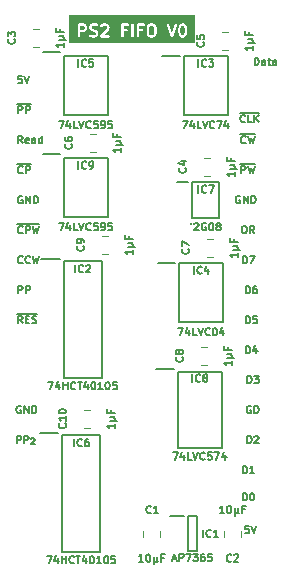
<source format=gto>
%TF.GenerationSoftware,KiCad,Pcbnew,7.0.5*%
%TF.CreationDate,2024-01-30T21:25:21+02:00*%
%TF.ProjectId,PS2 FIFO,50533220-4649-4464-9f2e-6b696361645f,rev?*%
%TF.SameCoordinates,Original*%
%TF.FileFunction,Legend,Top*%
%TF.FilePolarity,Positive*%
%FSLAX46Y46*%
G04 Gerber Fmt 4.6, Leading zero omitted, Abs format (unit mm)*
G04 Created by KiCad (PCBNEW 7.0.5) date 2024-01-30 21:25:21*
%MOMM*%
%LPD*%
G01*
G04 APERTURE LIST*
%ADD10C,0.150000*%
%ADD11C,0.200000*%
%ADD12C,0.120000*%
G04 APERTURE END LIST*
D10*
X134829744Y-86645963D02*
X134829744Y-86010963D01*
X134829744Y-86010963D02*
X134980934Y-86010963D01*
X134980934Y-86010963D02*
X135071649Y-86041201D01*
X135071649Y-86041201D02*
X135132125Y-86101677D01*
X135132125Y-86101677D02*
X135162363Y-86162153D01*
X135162363Y-86162153D02*
X135192601Y-86283105D01*
X135192601Y-86283105D02*
X135192601Y-86373820D01*
X135192601Y-86373820D02*
X135162363Y-86494772D01*
X135162363Y-86494772D02*
X135132125Y-86555248D01*
X135132125Y-86555248D02*
X135071649Y-86615725D01*
X135071649Y-86615725D02*
X134980934Y-86645963D01*
X134980934Y-86645963D02*
X134829744Y-86645963D01*
X135797363Y-86645963D02*
X135434506Y-86645963D01*
X135615934Y-86645963D02*
X135615934Y-86010963D01*
X135615934Y-86010963D02*
X135555458Y-86101677D01*
X135555458Y-86101677D02*
X135494982Y-86162153D01*
X135494982Y-86162153D02*
X135434506Y-86192391D01*
X135071649Y-58645486D02*
X135041411Y-58675725D01*
X135041411Y-58675725D02*
X134950697Y-58705963D01*
X134950697Y-58705963D02*
X134890221Y-58705963D01*
X134890221Y-58705963D02*
X134799506Y-58675725D01*
X134799506Y-58675725D02*
X134739030Y-58615248D01*
X134739030Y-58615248D02*
X134708792Y-58554772D01*
X134708792Y-58554772D02*
X134678554Y-58433820D01*
X134678554Y-58433820D02*
X134678554Y-58343105D01*
X134678554Y-58343105D02*
X134708792Y-58222153D01*
X134708792Y-58222153D02*
X134739030Y-58161677D01*
X134739030Y-58161677D02*
X134799506Y-58101201D01*
X134799506Y-58101201D02*
X134890221Y-58070963D01*
X134890221Y-58070963D02*
X134950697Y-58070963D01*
X134950697Y-58070963D02*
X135041411Y-58101201D01*
X135041411Y-58101201D02*
X135071649Y-58131439D01*
X135283316Y-58070963D02*
X135434506Y-58705963D01*
X135434506Y-58705963D02*
X135555459Y-58252391D01*
X135555459Y-58252391D02*
X135676411Y-58705963D01*
X135676411Y-58705963D02*
X135827602Y-58070963D01*
X134621102Y-57894675D02*
X135854816Y-57894675D01*
X135513125Y-80961201D02*
X135452649Y-80930963D01*
X135452649Y-80930963D02*
X135361935Y-80930963D01*
X135361935Y-80930963D02*
X135271220Y-80961201D01*
X135271220Y-80961201D02*
X135210744Y-81021677D01*
X135210744Y-81021677D02*
X135180506Y-81082153D01*
X135180506Y-81082153D02*
X135150268Y-81203105D01*
X135150268Y-81203105D02*
X135150268Y-81293820D01*
X135150268Y-81293820D02*
X135180506Y-81414772D01*
X135180506Y-81414772D02*
X135210744Y-81475248D01*
X135210744Y-81475248D02*
X135271220Y-81535725D01*
X135271220Y-81535725D02*
X135361935Y-81565963D01*
X135361935Y-81565963D02*
X135422411Y-81565963D01*
X135422411Y-81565963D02*
X135513125Y-81535725D01*
X135513125Y-81535725D02*
X135543363Y-81505486D01*
X135543363Y-81505486D02*
X135543363Y-81293820D01*
X135543363Y-81293820D02*
X135422411Y-81293820D01*
X135815506Y-81565963D02*
X135815506Y-80930963D01*
X135815506Y-80930963D02*
X135966696Y-80930963D01*
X135966696Y-80930963D02*
X136057411Y-80961201D01*
X136057411Y-80961201D02*
X136117887Y-81021677D01*
X136117887Y-81021677D02*
X136148125Y-81082153D01*
X136148125Y-81082153D02*
X136178363Y-81203105D01*
X136178363Y-81203105D02*
X136178363Y-81293820D01*
X136178363Y-81293820D02*
X136148125Y-81414772D01*
X136148125Y-81414772D02*
X136117887Y-81475248D01*
X136117887Y-81475248D02*
X136057411Y-81535725D01*
X136057411Y-81535725D02*
X135966696Y-81565963D01*
X135966696Y-81565963D02*
X135815506Y-81565963D01*
X134829744Y-68865963D02*
X134829744Y-68230963D01*
X134829744Y-68230963D02*
X134980934Y-68230963D01*
X134980934Y-68230963D02*
X135071649Y-68261201D01*
X135071649Y-68261201D02*
X135132125Y-68321677D01*
X135132125Y-68321677D02*
X135162363Y-68382153D01*
X135162363Y-68382153D02*
X135192601Y-68503105D01*
X135192601Y-68503105D02*
X135192601Y-68593820D01*
X135192601Y-68593820D02*
X135162363Y-68714772D01*
X135162363Y-68714772D02*
X135132125Y-68775248D01*
X135132125Y-68775248D02*
X135071649Y-68835725D01*
X135071649Y-68835725D02*
X134980934Y-68865963D01*
X134980934Y-68865963D02*
X134829744Y-68865963D01*
X135404268Y-68230963D02*
X135827601Y-68230963D01*
X135827601Y-68230963D02*
X135555458Y-68865963D01*
X116182731Y-66265486D02*
X116152493Y-66295725D01*
X116152493Y-66295725D02*
X116061779Y-66325963D01*
X116061779Y-66325963D02*
X116001303Y-66325963D01*
X116001303Y-66325963D02*
X115910588Y-66295725D01*
X115910588Y-66295725D02*
X115850112Y-66235248D01*
X115850112Y-66235248D02*
X115819874Y-66174772D01*
X115819874Y-66174772D02*
X115789636Y-66053820D01*
X115789636Y-66053820D02*
X115789636Y-65963105D01*
X115789636Y-65963105D02*
X115819874Y-65842153D01*
X115819874Y-65842153D02*
X115850112Y-65781677D01*
X115850112Y-65781677D02*
X115910588Y-65721201D01*
X115910588Y-65721201D02*
X116001303Y-65690963D01*
X116001303Y-65690963D02*
X116061779Y-65690963D01*
X116061779Y-65690963D02*
X116152493Y-65721201D01*
X116152493Y-65721201D02*
X116182731Y-65751439D01*
X116454874Y-66325963D02*
X116454874Y-65690963D01*
X116454874Y-65690963D02*
X116696779Y-65690963D01*
X116696779Y-65690963D02*
X116757255Y-65721201D01*
X116757255Y-65721201D02*
X116787493Y-65751439D01*
X116787493Y-65751439D02*
X116817731Y-65811915D01*
X116817731Y-65811915D02*
X116817731Y-65902629D01*
X116817731Y-65902629D02*
X116787493Y-65963105D01*
X116787493Y-65963105D02*
X116757255Y-65993344D01*
X116757255Y-65993344D02*
X116696779Y-66023582D01*
X116696779Y-66023582D02*
X116454874Y-66023582D01*
X117029398Y-65690963D02*
X117180588Y-66325963D01*
X117180588Y-66325963D02*
X117301541Y-65872391D01*
X117301541Y-65872391D02*
X117422493Y-66325963D01*
X117422493Y-66325963D02*
X117573684Y-65690963D01*
X115732184Y-65514675D02*
X117600898Y-65514675D01*
X115819874Y-71405963D02*
X115819874Y-70770963D01*
X115819874Y-70770963D02*
X116061779Y-70770963D01*
X116061779Y-70770963D02*
X116122255Y-70801201D01*
X116122255Y-70801201D02*
X116152493Y-70831439D01*
X116152493Y-70831439D02*
X116182731Y-70891915D01*
X116182731Y-70891915D02*
X116182731Y-70982629D01*
X116182731Y-70982629D02*
X116152493Y-71043105D01*
X116152493Y-71043105D02*
X116122255Y-71073344D01*
X116122255Y-71073344D02*
X116061779Y-71103582D01*
X116061779Y-71103582D02*
X115819874Y-71103582D01*
X116454874Y-71405963D02*
X116454874Y-70770963D01*
X116454874Y-70770963D02*
X116696779Y-70770963D01*
X116696779Y-70770963D02*
X116757255Y-70801201D01*
X116757255Y-70801201D02*
X116787493Y-70831439D01*
X116787493Y-70831439D02*
X116817731Y-70891915D01*
X116817731Y-70891915D02*
X116817731Y-70982629D01*
X116817731Y-70982629D02*
X116787493Y-71043105D01*
X116787493Y-71043105D02*
X116757255Y-71073344D01*
X116757255Y-71073344D02*
X116696779Y-71103582D01*
X116696779Y-71103582D02*
X116454874Y-71103582D01*
X135083744Y-73945963D02*
X135083744Y-73310963D01*
X135083744Y-73310963D02*
X135234934Y-73310963D01*
X135234934Y-73310963D02*
X135325649Y-73341201D01*
X135325649Y-73341201D02*
X135386125Y-73401677D01*
X135386125Y-73401677D02*
X135416363Y-73462153D01*
X135416363Y-73462153D02*
X135446601Y-73583105D01*
X135446601Y-73583105D02*
X135446601Y-73673820D01*
X135446601Y-73673820D02*
X135416363Y-73794772D01*
X135416363Y-73794772D02*
X135386125Y-73855248D01*
X135386125Y-73855248D02*
X135325649Y-73915725D01*
X135325649Y-73915725D02*
X135234934Y-73945963D01*
X135234934Y-73945963D02*
X135083744Y-73945963D01*
X136021125Y-73310963D02*
X135718744Y-73310963D01*
X135718744Y-73310963D02*
X135688506Y-73613344D01*
X135688506Y-73613344D02*
X135718744Y-73583105D01*
X135718744Y-73583105D02*
X135779220Y-73552867D01*
X135779220Y-73552867D02*
X135930411Y-73552867D01*
X135930411Y-73552867D02*
X135990887Y-73583105D01*
X135990887Y-73583105D02*
X136021125Y-73613344D01*
X136021125Y-73613344D02*
X136051363Y-73673820D01*
X136051363Y-73673820D02*
X136051363Y-73825010D01*
X136051363Y-73825010D02*
X136021125Y-73885486D01*
X136021125Y-73885486D02*
X135990887Y-73915725D01*
X135990887Y-73915725D02*
X135930411Y-73945963D01*
X135930411Y-73945963D02*
X135779220Y-73945963D01*
X135779220Y-73945963D02*
X135718744Y-73915725D01*
X135718744Y-73915725D02*
X135688506Y-73885486D01*
X135349839Y-91090963D02*
X135047458Y-91090963D01*
X135047458Y-91090963D02*
X135017220Y-91393344D01*
X135017220Y-91393344D02*
X135047458Y-91363105D01*
X135047458Y-91363105D02*
X135107934Y-91332867D01*
X135107934Y-91332867D02*
X135259125Y-91332867D01*
X135259125Y-91332867D02*
X135319601Y-91363105D01*
X135319601Y-91363105D02*
X135349839Y-91393344D01*
X135349839Y-91393344D02*
X135380077Y-91453820D01*
X135380077Y-91453820D02*
X135380077Y-91605010D01*
X135380077Y-91605010D02*
X135349839Y-91665486D01*
X135349839Y-91665486D02*
X135319601Y-91695725D01*
X135319601Y-91695725D02*
X135259125Y-91725963D01*
X135259125Y-91725963D02*
X135107934Y-91725963D01*
X135107934Y-91725963D02*
X135047458Y-91695725D01*
X135047458Y-91695725D02*
X135017220Y-91665486D01*
X135561506Y-91090963D02*
X135773172Y-91725963D01*
X135773172Y-91725963D02*
X135984839Y-91090963D01*
X135083744Y-71405963D02*
X135083744Y-70770963D01*
X135083744Y-70770963D02*
X135234934Y-70770963D01*
X135234934Y-70770963D02*
X135325649Y-70801201D01*
X135325649Y-70801201D02*
X135386125Y-70861677D01*
X135386125Y-70861677D02*
X135416363Y-70922153D01*
X135416363Y-70922153D02*
X135446601Y-71043105D01*
X135446601Y-71043105D02*
X135446601Y-71133820D01*
X135446601Y-71133820D02*
X135416363Y-71254772D01*
X135416363Y-71254772D02*
X135386125Y-71315248D01*
X135386125Y-71315248D02*
X135325649Y-71375725D01*
X135325649Y-71375725D02*
X135234934Y-71405963D01*
X135234934Y-71405963D02*
X135083744Y-71405963D01*
X135990887Y-70770963D02*
X135869934Y-70770963D01*
X135869934Y-70770963D02*
X135809458Y-70801201D01*
X135809458Y-70801201D02*
X135779220Y-70831439D01*
X135779220Y-70831439D02*
X135718744Y-70922153D01*
X135718744Y-70922153D02*
X135688506Y-71043105D01*
X135688506Y-71043105D02*
X135688506Y-71285010D01*
X135688506Y-71285010D02*
X135718744Y-71345486D01*
X135718744Y-71345486D02*
X135748982Y-71375725D01*
X135748982Y-71375725D02*
X135809458Y-71405963D01*
X135809458Y-71405963D02*
X135930411Y-71405963D01*
X135930411Y-71405963D02*
X135990887Y-71375725D01*
X135990887Y-71375725D02*
X136021125Y-71345486D01*
X136021125Y-71345486D02*
X136051363Y-71285010D01*
X136051363Y-71285010D02*
X136051363Y-71133820D01*
X136051363Y-71133820D02*
X136021125Y-71073344D01*
X136021125Y-71073344D02*
X135990887Y-71043105D01*
X135990887Y-71043105D02*
X135930411Y-71012867D01*
X135930411Y-71012867D02*
X135809458Y-71012867D01*
X135809458Y-71012867D02*
X135748982Y-71043105D01*
X135748982Y-71043105D02*
X135718744Y-71073344D01*
X135718744Y-71073344D02*
X135688506Y-71133820D01*
X115692874Y-84105963D02*
X115692874Y-83470963D01*
X115692874Y-83470963D02*
X115934779Y-83470963D01*
X115934779Y-83470963D02*
X115995255Y-83501201D01*
X115995255Y-83501201D02*
X116025493Y-83531439D01*
X116025493Y-83531439D02*
X116055731Y-83591915D01*
X116055731Y-83591915D02*
X116055731Y-83682629D01*
X116055731Y-83682629D02*
X116025493Y-83743105D01*
X116025493Y-83743105D02*
X115995255Y-83773344D01*
X115995255Y-83773344D02*
X115934779Y-83803582D01*
X115934779Y-83803582D02*
X115692874Y-83803582D01*
X116327874Y-84105963D02*
X116327874Y-83470963D01*
X116327874Y-83470963D02*
X116569779Y-83470963D01*
X116569779Y-83470963D02*
X116630255Y-83501201D01*
X116630255Y-83501201D02*
X116660493Y-83531439D01*
X116660493Y-83531439D02*
X116690731Y-83591915D01*
X116690731Y-83591915D02*
X116690731Y-83682629D01*
X116690731Y-83682629D02*
X116660493Y-83743105D01*
X116660493Y-83743105D02*
X116630255Y-83773344D01*
X116630255Y-83773344D02*
X116569779Y-83803582D01*
X116569779Y-83803582D02*
X116327874Y-83803582D01*
X116908445Y-83716496D02*
X116932636Y-83692305D01*
X116932636Y-83692305D02*
X116981017Y-83668115D01*
X116981017Y-83668115D02*
X117101969Y-83668115D01*
X117101969Y-83668115D02*
X117150350Y-83692305D01*
X117150350Y-83692305D02*
X117174541Y-83716496D01*
X117174541Y-83716496D02*
X117198731Y-83764877D01*
X117198731Y-83764877D02*
X117198731Y-83813258D01*
X117198731Y-83813258D02*
X117174541Y-83885829D01*
X117174541Y-83885829D02*
X116884255Y-84176115D01*
X116884255Y-84176115D02*
X117198731Y-84176115D01*
X116182731Y-58705963D02*
X115971064Y-58403582D01*
X115819874Y-58705963D02*
X115819874Y-58070963D01*
X115819874Y-58070963D02*
X116061779Y-58070963D01*
X116061779Y-58070963D02*
X116122255Y-58101201D01*
X116122255Y-58101201D02*
X116152493Y-58131439D01*
X116152493Y-58131439D02*
X116182731Y-58191915D01*
X116182731Y-58191915D02*
X116182731Y-58282629D01*
X116182731Y-58282629D02*
X116152493Y-58343105D01*
X116152493Y-58343105D02*
X116122255Y-58373344D01*
X116122255Y-58373344D02*
X116061779Y-58403582D01*
X116061779Y-58403582D02*
X115819874Y-58403582D01*
X116696779Y-58675725D02*
X116636303Y-58705963D01*
X116636303Y-58705963D02*
X116515350Y-58705963D01*
X116515350Y-58705963D02*
X116454874Y-58675725D01*
X116454874Y-58675725D02*
X116424636Y-58615248D01*
X116424636Y-58615248D02*
X116424636Y-58373344D01*
X116424636Y-58373344D02*
X116454874Y-58312867D01*
X116454874Y-58312867D02*
X116515350Y-58282629D01*
X116515350Y-58282629D02*
X116636303Y-58282629D01*
X116636303Y-58282629D02*
X116696779Y-58312867D01*
X116696779Y-58312867D02*
X116727017Y-58373344D01*
X116727017Y-58373344D02*
X116727017Y-58433820D01*
X116727017Y-58433820D02*
X116424636Y-58494296D01*
X117271303Y-58705963D02*
X117271303Y-58373344D01*
X117271303Y-58373344D02*
X117241065Y-58312867D01*
X117241065Y-58312867D02*
X117180589Y-58282629D01*
X117180589Y-58282629D02*
X117059636Y-58282629D01*
X117059636Y-58282629D02*
X116999160Y-58312867D01*
X117271303Y-58675725D02*
X117210827Y-58705963D01*
X117210827Y-58705963D02*
X117059636Y-58705963D01*
X117059636Y-58705963D02*
X116999160Y-58675725D01*
X116999160Y-58675725D02*
X116968922Y-58615248D01*
X116968922Y-58615248D02*
X116968922Y-58554772D01*
X116968922Y-58554772D02*
X116999160Y-58494296D01*
X116999160Y-58494296D02*
X117059636Y-58464058D01*
X117059636Y-58464058D02*
X117210827Y-58464058D01*
X117210827Y-58464058D02*
X117271303Y-58433820D01*
X117845827Y-58705963D02*
X117845827Y-58070963D01*
X117845827Y-58675725D02*
X117785351Y-58705963D01*
X117785351Y-58705963D02*
X117664398Y-58705963D01*
X117664398Y-58705963D02*
X117603922Y-58675725D01*
X117603922Y-58675725D02*
X117573684Y-58645486D01*
X117573684Y-58645486D02*
X117543446Y-58585010D01*
X117543446Y-58585010D02*
X117543446Y-58403582D01*
X117543446Y-58403582D02*
X117573684Y-58343105D01*
X117573684Y-58343105D02*
X117603922Y-58312867D01*
X117603922Y-58312867D02*
X117664398Y-58282629D01*
X117664398Y-58282629D02*
X117785351Y-58282629D01*
X117785351Y-58282629D02*
X117845827Y-58312867D01*
X116152493Y-63181201D02*
X116092017Y-63150963D01*
X116092017Y-63150963D02*
X116001303Y-63150963D01*
X116001303Y-63150963D02*
X115910588Y-63181201D01*
X115910588Y-63181201D02*
X115850112Y-63241677D01*
X115850112Y-63241677D02*
X115819874Y-63302153D01*
X115819874Y-63302153D02*
X115789636Y-63423105D01*
X115789636Y-63423105D02*
X115789636Y-63513820D01*
X115789636Y-63513820D02*
X115819874Y-63634772D01*
X115819874Y-63634772D02*
X115850112Y-63695248D01*
X115850112Y-63695248D02*
X115910588Y-63755725D01*
X115910588Y-63755725D02*
X116001303Y-63785963D01*
X116001303Y-63785963D02*
X116061779Y-63785963D01*
X116061779Y-63785963D02*
X116152493Y-63755725D01*
X116152493Y-63755725D02*
X116182731Y-63725486D01*
X116182731Y-63725486D02*
X116182731Y-63513820D01*
X116182731Y-63513820D02*
X116061779Y-63513820D01*
X116454874Y-63785963D02*
X116454874Y-63150963D01*
X116454874Y-63150963D02*
X116817731Y-63785963D01*
X116817731Y-63785963D02*
X116817731Y-63150963D01*
X117120112Y-63785963D02*
X117120112Y-63150963D01*
X117120112Y-63150963D02*
X117271302Y-63150963D01*
X117271302Y-63150963D02*
X117362017Y-63181201D01*
X117362017Y-63181201D02*
X117422493Y-63241677D01*
X117422493Y-63241677D02*
X117452731Y-63302153D01*
X117452731Y-63302153D02*
X117482969Y-63423105D01*
X117482969Y-63423105D02*
X117482969Y-63513820D01*
X117482969Y-63513820D02*
X117452731Y-63634772D01*
X117452731Y-63634772D02*
X117422493Y-63695248D01*
X117422493Y-63695248D02*
X117362017Y-63755725D01*
X117362017Y-63755725D02*
X117271302Y-63785963D01*
X117271302Y-63785963D02*
X117120112Y-63785963D01*
D11*
G36*
X127250097Y-48781023D02*
G01*
X127314274Y-48845200D01*
X127352190Y-48996862D01*
X127352190Y-49305573D01*
X127314273Y-49457237D01*
X127250097Y-49521414D01*
X127190489Y-49551219D01*
X127047225Y-49551219D01*
X126987618Y-49521415D01*
X126923439Y-49457235D01*
X126885524Y-49305574D01*
X126885524Y-48996864D01*
X126923440Y-48845200D01*
X126987617Y-48781023D01*
X127047225Y-48751219D01*
X127190489Y-48751219D01*
X127250097Y-48781023D01*
G37*
G36*
X129821526Y-48781023D02*
G01*
X129846195Y-48805692D01*
X129881647Y-48876595D01*
X129923619Y-49044482D01*
X129923619Y-49257953D01*
X129881647Y-49425841D01*
X129846196Y-49496743D01*
X129821525Y-49521414D01*
X129761918Y-49551219D01*
X129713892Y-49551219D01*
X129654285Y-49521415D01*
X129629614Y-49496743D01*
X129594162Y-49425840D01*
X129552191Y-49257955D01*
X129552191Y-49044482D01*
X129594162Y-48876595D01*
X129629614Y-48805692D01*
X129654283Y-48781023D01*
X129713892Y-48751219D01*
X129761918Y-48751219D01*
X129821526Y-48781023D01*
G37*
G36*
X121392954Y-48781023D02*
G01*
X121417624Y-48805692D01*
X121447427Y-48865300D01*
X121447427Y-48960946D01*
X121417624Y-49020553D01*
X121392954Y-49045223D01*
X121333346Y-49075028D01*
X121076000Y-49075028D01*
X121076000Y-48751219D01*
X121333346Y-48751219D01*
X121392954Y-48781023D01*
G37*
G36*
X130806953Y-50226857D02*
G01*
X120145048Y-50226857D01*
X120145048Y-49189860D01*
X120872839Y-49189860D01*
X120875999Y-49196781D01*
X120876000Y-49665598D01*
X120888323Y-49707566D01*
X120932705Y-49746023D01*
X120990832Y-49754380D01*
X121044251Y-49729985D01*
X121076000Y-49680582D01*
X121076000Y-49275028D01*
X121351567Y-49275028D01*
X121375410Y-49277602D01*
X121393686Y-49268463D01*
X121413299Y-49262705D01*
X121419487Y-49255563D01*
X121485695Y-49222459D01*
X121502138Y-49218882D01*
X121521617Y-49199402D01*
X121541798Y-49180631D01*
X121542282Y-49178737D01*
X121561653Y-49159366D01*
X121576120Y-49150774D01*
X121588438Y-49126137D01*
X121601649Y-49101944D01*
X121601509Y-49099995D01*
X121634462Y-49034090D01*
X121647428Y-49013915D01*
X121647428Y-48993479D01*
X121651048Y-48973364D01*
X121647428Y-48964635D01*
X121647428Y-48852883D01*
X121824761Y-48852883D01*
X121828381Y-48861611D01*
X121828381Y-48931547D01*
X121825807Y-48955391D01*
X121834945Y-48973667D01*
X121840704Y-48993280D01*
X121847845Y-48999468D01*
X121880949Y-49065676D01*
X121884527Y-49082119D01*
X121904006Y-49101598D01*
X121922778Y-49121779D01*
X121924671Y-49122263D01*
X121944042Y-49141634D01*
X121952635Y-49156101D01*
X121977271Y-49168419D01*
X122001465Y-49181630D01*
X122003413Y-49181490D01*
X122058203Y-49208885D01*
X122066117Y-49217302D01*
X122083955Y-49221761D01*
X122086996Y-49223282D01*
X122097850Y-49225235D01*
X122274432Y-49269380D01*
X122345335Y-49304832D01*
X122370004Y-49329502D01*
X122399809Y-49389109D01*
X122399809Y-49437135D01*
X122370005Y-49496743D01*
X122345334Y-49521414D01*
X122285727Y-49551219D01*
X122087465Y-49551219D01*
X121946363Y-49504185D01*
X121902651Y-49502604D01*
X121852133Y-49532547D01*
X121825824Y-49585048D01*
X121832074Y-49643441D01*
X121868902Y-49689183D01*
X122027719Y-49742121D01*
X122041875Y-49751219D01*
X122069430Y-49751219D01*
X122096967Y-49752215D01*
X122098647Y-49751219D01*
X122303948Y-49751219D01*
X122327791Y-49753793D01*
X122346067Y-49744654D01*
X122365680Y-49738896D01*
X122371868Y-49731754D01*
X122438076Y-49698650D01*
X122454520Y-49695073D01*
X122474005Y-49675587D01*
X122484257Y-49666051D01*
X122729982Y-49666051D01*
X122734684Y-49676348D01*
X122735492Y-49687641D01*
X122746645Y-49702540D01*
X122754377Y-49719470D01*
X122763900Y-49725590D01*
X122770685Y-49734653D01*
X122788123Y-49741157D01*
X122803780Y-49751219D01*
X122815099Y-49751219D01*
X122825708Y-49755176D01*
X122843896Y-49751219D01*
X123466569Y-49751219D01*
X123508537Y-49738896D01*
X123546994Y-49694514D01*
X123555351Y-49636387D01*
X123530956Y-49582968D01*
X123481553Y-49551219D01*
X123074564Y-49551219D01*
X123471470Y-49154311D01*
X123486462Y-49142241D01*
X124539506Y-49142241D01*
X124542667Y-49149162D01*
X124542667Y-49665598D01*
X124554990Y-49707566D01*
X124599372Y-49746023D01*
X124657499Y-49754380D01*
X124710918Y-49729985D01*
X124742667Y-49680582D01*
X124742667Y-49665598D01*
X125399810Y-49665598D01*
X125412133Y-49707566D01*
X125456515Y-49746023D01*
X125514642Y-49754380D01*
X125568061Y-49729985D01*
X125599810Y-49680582D01*
X125599810Y-49142241D01*
X125872839Y-49142241D01*
X125876000Y-49149162D01*
X125876000Y-49665598D01*
X125888323Y-49707566D01*
X125932705Y-49746023D01*
X125990832Y-49754380D01*
X126044251Y-49729985D01*
X126076000Y-49680582D01*
X126076000Y-49313652D01*
X126681388Y-49313652D01*
X126685524Y-49330196D01*
X126685524Y-49332264D01*
X126689003Y-49344114D01*
X126735751Y-49531106D01*
X126741669Y-49558308D01*
X126753373Y-49570012D01*
X126761750Y-49584290D01*
X126773712Y-49590351D01*
X126848804Y-49665444D01*
X126857397Y-49679911D01*
X126882025Y-49692225D01*
X126906227Y-49705441D01*
X126908177Y-49705301D01*
X126974080Y-49738253D01*
X126994256Y-49751219D01*
X127014691Y-49751219D01*
X127034807Y-49754839D01*
X127043535Y-49751219D01*
X127208710Y-49751219D01*
X127232553Y-49753793D01*
X127250829Y-49744654D01*
X127270442Y-49738896D01*
X127276630Y-49731754D01*
X127342838Y-49698650D01*
X127359281Y-49695073D01*
X127378757Y-49675596D01*
X127398941Y-49656822D01*
X127399425Y-49654928D01*
X127474170Y-49580182D01*
X127494464Y-49561101D01*
X127498478Y-49545043D01*
X127506412Y-49530514D01*
X127505455Y-49517136D01*
X127545213Y-49358104D01*
X127552190Y-49347248D01*
X127552189Y-49330197D01*
X127552692Y-49328189D01*
X127552190Y-49315842D01*
X127552190Y-49001010D01*
X127556326Y-48988785D01*
X127552189Y-48972240D01*
X127552190Y-48970173D01*
X127548710Y-48958322D01*
X127501963Y-48771336D01*
X127496045Y-48744128D01*
X127484339Y-48732422D01*
X127475964Y-48718147D01*
X127464002Y-48712085D01*
X127406902Y-48654986D01*
X128395656Y-48654986D01*
X128732554Y-49665679D01*
X128732147Y-49676949D01*
X128741662Y-49693002D01*
X128742822Y-49696482D01*
X128748956Y-49705309D01*
X128762090Y-49727467D01*
X128765566Y-49729209D01*
X128767784Y-49732400D01*
X128791575Y-49742242D01*
X128814592Y-49753776D01*
X128818455Y-49753362D01*
X128822049Y-49754849D01*
X128847379Y-49750266D01*
X128872984Y-49747526D01*
X128876014Y-49745086D01*
X128879836Y-49744395D01*
X128898662Y-49726851D01*
X128918726Y-49710698D01*
X128919955Y-49707009D01*
X128922799Y-49704360D01*
X128929155Y-49679409D01*
X129066947Y-49266033D01*
X129348055Y-49266033D01*
X129352191Y-49282577D01*
X129352191Y-49284645D01*
X129355670Y-49296495D01*
X129398475Y-49467715D01*
X129397236Y-49479200D01*
X129405457Y-49495643D01*
X129406283Y-49498945D01*
X129411868Y-49508465D01*
X129452378Y-49589484D01*
X129455955Y-49605927D01*
X129475438Y-49625410D01*
X129494207Y-49645588D01*
X129496099Y-49646071D01*
X129515471Y-49665444D01*
X129524064Y-49679911D01*
X129548702Y-49692230D01*
X129572893Y-49705440D01*
X129574842Y-49705300D01*
X129640747Y-49738253D01*
X129660923Y-49751219D01*
X129681358Y-49751219D01*
X129701474Y-49754839D01*
X129710202Y-49751219D01*
X129780139Y-49751219D01*
X129803982Y-49753793D01*
X129822258Y-49744654D01*
X129841871Y-49738896D01*
X129848059Y-49731754D01*
X129914267Y-49698650D01*
X129930711Y-49695073D01*
X129950196Y-49675587D01*
X129970370Y-49656822D01*
X129970854Y-49654928D01*
X129990227Y-49635555D01*
X130004692Y-49626964D01*
X130017009Y-49602329D01*
X130030221Y-49578133D01*
X130030081Y-49576185D01*
X130057476Y-49521395D01*
X130065893Y-49513482D01*
X130070352Y-49495643D01*
X130071873Y-49492603D01*
X130073826Y-49481748D01*
X130116642Y-49310485D01*
X130123619Y-49299629D01*
X130123619Y-49282578D01*
X130124121Y-49280570D01*
X130123619Y-49268223D01*
X130123619Y-49048629D01*
X130127755Y-49036404D01*
X130123619Y-49019860D01*
X130123619Y-49017792D01*
X130120139Y-49005941D01*
X130077334Y-48834720D01*
X130078574Y-48823236D01*
X130070352Y-48806792D01*
X130069527Y-48803492D01*
X130063943Y-48793975D01*
X130023430Y-48712949D01*
X130019854Y-48696509D01*
X130000379Y-48677034D01*
X129981603Y-48656848D01*
X129979708Y-48656363D01*
X129960338Y-48636993D01*
X129951746Y-48622527D01*
X129927111Y-48610209D01*
X129902916Y-48596998D01*
X129900966Y-48597137D01*
X129835065Y-48564186D01*
X129814887Y-48551219D01*
X129794451Y-48551219D01*
X129774336Y-48547599D01*
X129765608Y-48551219D01*
X129695670Y-48551219D01*
X129671827Y-48548645D01*
X129653549Y-48557783D01*
X129633939Y-48563542D01*
X129627751Y-48570683D01*
X129561540Y-48603788D01*
X129545100Y-48607365D01*
X129525625Y-48626839D01*
X129505439Y-48645616D01*
X129504954Y-48647510D01*
X129485584Y-48666880D01*
X129471118Y-48675473D01*
X129458800Y-48700107D01*
X129445589Y-48724303D01*
X129445728Y-48726252D01*
X129418334Y-48781040D01*
X129409917Y-48788955D01*
X129405456Y-48806795D01*
X129403937Y-48809835D01*
X129401984Y-48820686D01*
X129359167Y-48991951D01*
X129352191Y-49002808D01*
X129352191Y-49019858D01*
X129351689Y-49021867D01*
X129352191Y-49034213D01*
X129352190Y-49253807D01*
X129348055Y-49266033D01*
X129066947Y-49266033D01*
X129265891Y-48669201D01*
X129267472Y-48625490D01*
X129237529Y-48574972D01*
X129185027Y-48548662D01*
X129126635Y-48554913D01*
X129080893Y-48591740D01*
X128833143Y-49334990D01*
X128590131Y-48605955D01*
X128565169Y-48570038D01*
X128510904Y-48547589D01*
X128453117Y-48558042D01*
X128410153Y-48598078D01*
X128395656Y-48654986D01*
X127406902Y-48654986D01*
X127388908Y-48636992D01*
X127380317Y-48622527D01*
X127355682Y-48610209D01*
X127331487Y-48596998D01*
X127329537Y-48597137D01*
X127263636Y-48564186D01*
X127243458Y-48551219D01*
X127223022Y-48551219D01*
X127202907Y-48547599D01*
X127194179Y-48551219D01*
X127029003Y-48551219D01*
X127005160Y-48548645D01*
X126986882Y-48557783D01*
X126967272Y-48563542D01*
X126961084Y-48570683D01*
X126894877Y-48603786D01*
X126878433Y-48607364D01*
X126858946Y-48626850D01*
X126838772Y-48645616D01*
X126838287Y-48647509D01*
X126763535Y-48722262D01*
X126743250Y-48741336D01*
X126739235Y-48757395D01*
X126731303Y-48771922D01*
X126732259Y-48785297D01*
X126692500Y-48944332D01*
X126685524Y-48955189D01*
X126685524Y-48972239D01*
X126685022Y-48974248D01*
X126685524Y-48986594D01*
X126685524Y-49301426D01*
X126681388Y-49313652D01*
X126076000Y-49313652D01*
X126076000Y-49227409D01*
X126323712Y-49227409D01*
X126365680Y-49215086D01*
X126404137Y-49170704D01*
X126412494Y-49112577D01*
X126388099Y-49059158D01*
X126338696Y-49027409D01*
X126076000Y-49027409D01*
X126076000Y-48751219D01*
X126466569Y-48751219D01*
X126508537Y-48738896D01*
X126546994Y-48694514D01*
X126555351Y-48636387D01*
X126530956Y-48582968D01*
X126481553Y-48551219D01*
X125983154Y-48551219D01*
X125961168Y-48548058D01*
X125940964Y-48557284D01*
X125919653Y-48563542D01*
X125914670Y-48569292D01*
X125907749Y-48572453D01*
X125895740Y-48591138D01*
X125881196Y-48607924D01*
X125880113Y-48615455D01*
X125876000Y-48621856D01*
X125876000Y-48644064D01*
X125872839Y-48666051D01*
X125876000Y-48672972D01*
X125876000Y-49120254D01*
X125872839Y-49142241D01*
X125599810Y-49142241D01*
X125599810Y-48636840D01*
X125587487Y-48594872D01*
X125543105Y-48556415D01*
X125484978Y-48548058D01*
X125431559Y-48572453D01*
X125399810Y-48621856D01*
X125399810Y-49665598D01*
X124742667Y-49665598D01*
X124742667Y-49227409D01*
X124990379Y-49227409D01*
X125032347Y-49215086D01*
X125070804Y-49170704D01*
X125079161Y-49112577D01*
X125054766Y-49059158D01*
X125005363Y-49027409D01*
X124742667Y-49027409D01*
X124742667Y-48751219D01*
X125133236Y-48751219D01*
X125175204Y-48738896D01*
X125213661Y-48694514D01*
X125222018Y-48636387D01*
X125197623Y-48582968D01*
X125148220Y-48551219D01*
X124649821Y-48551219D01*
X124627835Y-48548058D01*
X124607631Y-48557284D01*
X124586320Y-48563542D01*
X124581337Y-48569292D01*
X124574416Y-48572453D01*
X124562407Y-48591138D01*
X124547863Y-48607924D01*
X124546780Y-48615455D01*
X124542667Y-48621856D01*
X124542667Y-48644064D01*
X124539506Y-48666051D01*
X124542667Y-48672972D01*
X124542667Y-49120254D01*
X124539506Y-49142241D01*
X123486462Y-49142241D01*
X123490154Y-49139269D01*
X123496616Y-49119881D01*
X123506411Y-49101944D01*
X123505737Y-49092519D01*
X123543092Y-48980451D01*
X123552190Y-48966296D01*
X123552190Y-48938741D01*
X123553186Y-48911204D01*
X123552190Y-48909523D01*
X123552189Y-48847079D01*
X123554764Y-48823236D01*
X123545625Y-48804958D01*
X123539867Y-48785348D01*
X123532725Y-48779160D01*
X123499620Y-48712949D01*
X123496044Y-48696509D01*
X123476569Y-48677034D01*
X123457793Y-48656848D01*
X123455898Y-48656363D01*
X123436528Y-48636993D01*
X123427936Y-48622527D01*
X123403301Y-48610209D01*
X123379106Y-48596998D01*
X123377156Y-48597137D01*
X123311255Y-48564186D01*
X123291077Y-48551219D01*
X123270641Y-48551219D01*
X123250526Y-48547599D01*
X123241798Y-48551219D01*
X123029003Y-48551219D01*
X123005160Y-48548645D01*
X122986882Y-48557783D01*
X122967272Y-48563542D01*
X122961084Y-48570683D01*
X122894873Y-48603788D01*
X122878433Y-48607365D01*
X122858958Y-48626839D01*
X122838772Y-48645616D01*
X122838287Y-48647510D01*
X122799884Y-48685914D01*
X122778922Y-48724303D01*
X122783111Y-48782879D01*
X122818304Y-48829891D01*
X122873327Y-48850414D01*
X122930710Y-48837930D01*
X122987617Y-48781022D01*
X123047225Y-48751219D01*
X123238108Y-48751219D01*
X123297716Y-48781023D01*
X123322385Y-48805692D01*
X123352190Y-48865301D01*
X123352190Y-48920705D01*
X123317167Y-49025772D01*
X122780480Y-49562459D01*
X122776796Y-49563542D01*
X122759900Y-49583040D01*
X122752265Y-49590676D01*
X122750528Y-49593857D01*
X122738339Y-49607924D01*
X122736727Y-49619130D01*
X122731303Y-49629065D01*
X122732630Y-49647628D01*
X122729982Y-49666051D01*
X122484257Y-49666051D01*
X122494179Y-49656822D01*
X122494663Y-49654928D01*
X122514036Y-49635555D01*
X122528501Y-49626964D01*
X122540818Y-49602329D01*
X122554030Y-49578133D01*
X122553890Y-49576185D01*
X122586843Y-49510280D01*
X122599809Y-49490105D01*
X122599809Y-49469669D01*
X122603429Y-49449554D01*
X122599809Y-49440825D01*
X122599809Y-49370888D01*
X122602383Y-49347045D01*
X122593244Y-49328767D01*
X122587486Y-49309157D01*
X122580344Y-49302969D01*
X122547239Y-49236758D01*
X122543663Y-49220318D01*
X122524188Y-49200843D01*
X122505412Y-49180657D01*
X122503517Y-49180172D01*
X122484147Y-49160802D01*
X122475555Y-49146336D01*
X122450920Y-49134018D01*
X122426725Y-49120807D01*
X122424775Y-49120946D01*
X122369987Y-49093552D01*
X122362073Y-49085135D01*
X122344233Y-49080675D01*
X122341193Y-49079155D01*
X122330341Y-49077202D01*
X122153757Y-49033056D01*
X122082855Y-48997605D01*
X122058185Y-48972935D01*
X122028381Y-48913326D01*
X122028381Y-48865301D01*
X122058185Y-48805692D01*
X122082855Y-48781022D01*
X122142463Y-48751219D01*
X122340724Y-48751219D01*
X122481827Y-48798253D01*
X122525538Y-48799834D01*
X122576056Y-48769891D01*
X122602366Y-48717389D01*
X122596115Y-48658997D01*
X122559287Y-48613255D01*
X122400470Y-48560316D01*
X122386315Y-48551219D01*
X122358760Y-48551219D01*
X122331222Y-48550223D01*
X122329542Y-48551219D01*
X122124241Y-48551219D01*
X122100398Y-48548645D01*
X122082120Y-48557783D01*
X122062510Y-48563542D01*
X122056322Y-48570683D01*
X121990111Y-48603788D01*
X121973671Y-48607365D01*
X121954196Y-48626839D01*
X121934010Y-48645616D01*
X121933525Y-48647510D01*
X121914155Y-48666880D01*
X121899689Y-48675473D01*
X121887371Y-48700107D01*
X121874160Y-48724303D01*
X121874299Y-48726252D01*
X121841348Y-48792153D01*
X121828381Y-48812332D01*
X121828381Y-48832767D01*
X121824761Y-48852883D01*
X121647428Y-48852883D01*
X121647428Y-48847079D01*
X121650002Y-48823236D01*
X121640863Y-48804958D01*
X121635105Y-48785348D01*
X121627963Y-48779160D01*
X121594858Y-48712949D01*
X121591282Y-48696509D01*
X121571807Y-48677034D01*
X121553031Y-48656848D01*
X121551136Y-48656363D01*
X121531766Y-48636993D01*
X121523174Y-48622527D01*
X121498539Y-48610209D01*
X121474344Y-48596998D01*
X121472394Y-48597137D01*
X121406493Y-48564186D01*
X121386315Y-48551219D01*
X121365879Y-48551219D01*
X121345764Y-48547599D01*
X121337036Y-48551219D01*
X120983154Y-48551219D01*
X120961168Y-48548058D01*
X120940964Y-48557284D01*
X120919653Y-48563542D01*
X120914670Y-48569292D01*
X120907749Y-48572453D01*
X120895740Y-48591138D01*
X120881196Y-48607924D01*
X120880113Y-48615455D01*
X120876000Y-48621856D01*
X120876000Y-48644064D01*
X120872839Y-48666051D01*
X120875999Y-48672972D01*
X120876000Y-49167873D01*
X120872839Y-49189860D01*
X120145048Y-49189860D01*
X120145048Y-47841143D01*
X130806953Y-47841143D01*
X130806953Y-50226857D01*
G37*
D10*
X135210744Y-84105963D02*
X135210744Y-83470963D01*
X135210744Y-83470963D02*
X135361934Y-83470963D01*
X135361934Y-83470963D02*
X135452649Y-83501201D01*
X135452649Y-83501201D02*
X135513125Y-83561677D01*
X135513125Y-83561677D02*
X135543363Y-83622153D01*
X135543363Y-83622153D02*
X135573601Y-83743105D01*
X135573601Y-83743105D02*
X135573601Y-83833820D01*
X135573601Y-83833820D02*
X135543363Y-83954772D01*
X135543363Y-83954772D02*
X135513125Y-84015248D01*
X135513125Y-84015248D02*
X135452649Y-84075725D01*
X135452649Y-84075725D02*
X135361934Y-84105963D01*
X135361934Y-84105963D02*
X135210744Y-84105963D01*
X135815506Y-83531439D02*
X135845744Y-83501201D01*
X135845744Y-83501201D02*
X135906220Y-83470963D01*
X135906220Y-83470963D02*
X136057411Y-83470963D01*
X136057411Y-83470963D02*
X136117887Y-83501201D01*
X136117887Y-83501201D02*
X136148125Y-83531439D01*
X136148125Y-83531439D02*
X136178363Y-83591915D01*
X136178363Y-83591915D02*
X136178363Y-83652391D01*
X136178363Y-83652391D02*
X136148125Y-83743105D01*
X136148125Y-83743105D02*
X135785268Y-84105963D01*
X135785268Y-84105963D02*
X136178363Y-84105963D01*
X135029315Y-56867486D02*
X134999077Y-56897725D01*
X134999077Y-56897725D02*
X134908363Y-56927963D01*
X134908363Y-56927963D02*
X134847887Y-56927963D01*
X134847887Y-56927963D02*
X134757172Y-56897725D01*
X134757172Y-56897725D02*
X134696696Y-56837248D01*
X134696696Y-56837248D02*
X134666458Y-56776772D01*
X134666458Y-56776772D02*
X134636220Y-56655820D01*
X134636220Y-56655820D02*
X134636220Y-56565105D01*
X134636220Y-56565105D02*
X134666458Y-56444153D01*
X134666458Y-56444153D02*
X134696696Y-56383677D01*
X134696696Y-56383677D02*
X134757172Y-56323201D01*
X134757172Y-56323201D02*
X134847887Y-56292963D01*
X134847887Y-56292963D02*
X134908363Y-56292963D01*
X134908363Y-56292963D02*
X134999077Y-56323201D01*
X134999077Y-56323201D02*
X135029315Y-56353439D01*
X135603839Y-56927963D02*
X135301458Y-56927963D01*
X135301458Y-56927963D02*
X135301458Y-56292963D01*
X135815506Y-56927963D02*
X135815506Y-56292963D01*
X136178363Y-56927963D02*
X135906220Y-56565105D01*
X136178363Y-56292963D02*
X135815506Y-56655820D01*
X134578768Y-56116675D02*
X136235816Y-56116675D01*
X134890220Y-65690963D02*
X135011173Y-65690963D01*
X135011173Y-65690963D02*
X135071649Y-65721201D01*
X135071649Y-65721201D02*
X135132125Y-65781677D01*
X135132125Y-65781677D02*
X135162363Y-65902629D01*
X135162363Y-65902629D02*
X135162363Y-66114296D01*
X135162363Y-66114296D02*
X135132125Y-66235248D01*
X135132125Y-66235248D02*
X135071649Y-66295725D01*
X135071649Y-66295725D02*
X135011173Y-66325963D01*
X135011173Y-66325963D02*
X134890220Y-66325963D01*
X134890220Y-66325963D02*
X134829744Y-66295725D01*
X134829744Y-66295725D02*
X134769268Y-66235248D01*
X134769268Y-66235248D02*
X134739030Y-66114296D01*
X134739030Y-66114296D02*
X134739030Y-65902629D01*
X134739030Y-65902629D02*
X134769268Y-65781677D01*
X134769268Y-65781677D02*
X134829744Y-65721201D01*
X134829744Y-65721201D02*
X134890220Y-65690963D01*
X135797363Y-66325963D02*
X135585696Y-66023582D01*
X135434506Y-66325963D02*
X135434506Y-65690963D01*
X135434506Y-65690963D02*
X135676411Y-65690963D01*
X135676411Y-65690963D02*
X135736887Y-65721201D01*
X135736887Y-65721201D02*
X135767125Y-65751439D01*
X135767125Y-65751439D02*
X135797363Y-65811915D01*
X135797363Y-65811915D02*
X135797363Y-65902629D01*
X135797363Y-65902629D02*
X135767125Y-65963105D01*
X135767125Y-65963105D02*
X135736887Y-65993344D01*
X135736887Y-65993344D02*
X135676411Y-66023582D01*
X135676411Y-66023582D02*
X135434506Y-66023582D01*
X116025493Y-80961201D02*
X115965017Y-80930963D01*
X115965017Y-80930963D02*
X115874303Y-80930963D01*
X115874303Y-80930963D02*
X115783588Y-80961201D01*
X115783588Y-80961201D02*
X115723112Y-81021677D01*
X115723112Y-81021677D02*
X115692874Y-81082153D01*
X115692874Y-81082153D02*
X115662636Y-81203105D01*
X115662636Y-81203105D02*
X115662636Y-81293820D01*
X115662636Y-81293820D02*
X115692874Y-81414772D01*
X115692874Y-81414772D02*
X115723112Y-81475248D01*
X115723112Y-81475248D02*
X115783588Y-81535725D01*
X115783588Y-81535725D02*
X115874303Y-81565963D01*
X115874303Y-81565963D02*
X115934779Y-81565963D01*
X115934779Y-81565963D02*
X116025493Y-81535725D01*
X116025493Y-81535725D02*
X116055731Y-81505486D01*
X116055731Y-81505486D02*
X116055731Y-81293820D01*
X116055731Y-81293820D02*
X115934779Y-81293820D01*
X116327874Y-81565963D02*
X116327874Y-80930963D01*
X116327874Y-80930963D02*
X116690731Y-81565963D01*
X116690731Y-81565963D02*
X116690731Y-80930963D01*
X116993112Y-81565963D02*
X116993112Y-80930963D01*
X116993112Y-80930963D02*
X117144302Y-80930963D01*
X117144302Y-80930963D02*
X117235017Y-80961201D01*
X117235017Y-80961201D02*
X117295493Y-81021677D01*
X117295493Y-81021677D02*
X117325731Y-81082153D01*
X117325731Y-81082153D02*
X117355969Y-81203105D01*
X117355969Y-81203105D02*
X117355969Y-81293820D01*
X117355969Y-81293820D02*
X117325731Y-81414772D01*
X117325731Y-81414772D02*
X117295493Y-81475248D01*
X117295493Y-81475248D02*
X117235017Y-81535725D01*
X117235017Y-81535725D02*
X117144302Y-81565963D01*
X117144302Y-81565963D02*
X116993112Y-81565963D01*
X134593887Y-63181201D02*
X134533411Y-63150963D01*
X134533411Y-63150963D02*
X134442697Y-63150963D01*
X134442697Y-63150963D02*
X134351982Y-63181201D01*
X134351982Y-63181201D02*
X134291506Y-63241677D01*
X134291506Y-63241677D02*
X134261268Y-63302153D01*
X134261268Y-63302153D02*
X134231030Y-63423105D01*
X134231030Y-63423105D02*
X134231030Y-63513820D01*
X134231030Y-63513820D02*
X134261268Y-63634772D01*
X134261268Y-63634772D02*
X134291506Y-63695248D01*
X134291506Y-63695248D02*
X134351982Y-63755725D01*
X134351982Y-63755725D02*
X134442697Y-63785963D01*
X134442697Y-63785963D02*
X134503173Y-63785963D01*
X134503173Y-63785963D02*
X134593887Y-63755725D01*
X134593887Y-63755725D02*
X134624125Y-63725486D01*
X134624125Y-63725486D02*
X134624125Y-63513820D01*
X134624125Y-63513820D02*
X134503173Y-63513820D01*
X134896268Y-63785963D02*
X134896268Y-63150963D01*
X134896268Y-63150963D02*
X135259125Y-63785963D01*
X135259125Y-63785963D02*
X135259125Y-63150963D01*
X135561506Y-63785963D02*
X135561506Y-63150963D01*
X135561506Y-63150963D02*
X135712696Y-63150963D01*
X135712696Y-63150963D02*
X135803411Y-63181201D01*
X135803411Y-63181201D02*
X135863887Y-63241677D01*
X135863887Y-63241677D02*
X135894125Y-63302153D01*
X135894125Y-63302153D02*
X135924363Y-63423105D01*
X135924363Y-63423105D02*
X135924363Y-63513820D01*
X135924363Y-63513820D02*
X135894125Y-63634772D01*
X135894125Y-63634772D02*
X135863887Y-63695248D01*
X135863887Y-63695248D02*
X135803411Y-63755725D01*
X135803411Y-63755725D02*
X135712696Y-63785963D01*
X135712696Y-63785963D02*
X135561506Y-63785963D01*
X116182731Y-68805486D02*
X116152493Y-68835725D01*
X116152493Y-68835725D02*
X116061779Y-68865963D01*
X116061779Y-68865963D02*
X116001303Y-68865963D01*
X116001303Y-68865963D02*
X115910588Y-68835725D01*
X115910588Y-68835725D02*
X115850112Y-68775248D01*
X115850112Y-68775248D02*
X115819874Y-68714772D01*
X115819874Y-68714772D02*
X115789636Y-68593820D01*
X115789636Y-68593820D02*
X115789636Y-68503105D01*
X115789636Y-68503105D02*
X115819874Y-68382153D01*
X115819874Y-68382153D02*
X115850112Y-68321677D01*
X115850112Y-68321677D02*
X115910588Y-68261201D01*
X115910588Y-68261201D02*
X116001303Y-68230963D01*
X116001303Y-68230963D02*
X116061779Y-68230963D01*
X116061779Y-68230963D02*
X116152493Y-68261201D01*
X116152493Y-68261201D02*
X116182731Y-68291439D01*
X116817731Y-68805486D02*
X116787493Y-68835725D01*
X116787493Y-68835725D02*
X116696779Y-68865963D01*
X116696779Y-68865963D02*
X116636303Y-68865963D01*
X116636303Y-68865963D02*
X116545588Y-68835725D01*
X116545588Y-68835725D02*
X116485112Y-68775248D01*
X116485112Y-68775248D02*
X116454874Y-68714772D01*
X116454874Y-68714772D02*
X116424636Y-68593820D01*
X116424636Y-68593820D02*
X116424636Y-68503105D01*
X116424636Y-68503105D02*
X116454874Y-68382153D01*
X116454874Y-68382153D02*
X116485112Y-68321677D01*
X116485112Y-68321677D02*
X116545588Y-68261201D01*
X116545588Y-68261201D02*
X116636303Y-68230963D01*
X116636303Y-68230963D02*
X116696779Y-68230963D01*
X116696779Y-68230963D02*
X116787493Y-68261201D01*
X116787493Y-68261201D02*
X116817731Y-68291439D01*
X117029398Y-68230963D02*
X117180588Y-68865963D01*
X117180588Y-68865963D02*
X117301541Y-68412391D01*
X117301541Y-68412391D02*
X117422493Y-68865963D01*
X117422493Y-68865963D02*
X117573684Y-68230963D01*
X116182731Y-73945963D02*
X115971064Y-73643582D01*
X115819874Y-73945963D02*
X115819874Y-73310963D01*
X115819874Y-73310963D02*
X116061779Y-73310963D01*
X116061779Y-73310963D02*
X116122255Y-73341201D01*
X116122255Y-73341201D02*
X116152493Y-73371439D01*
X116152493Y-73371439D02*
X116182731Y-73431915D01*
X116182731Y-73431915D02*
X116182731Y-73522629D01*
X116182731Y-73522629D02*
X116152493Y-73583105D01*
X116152493Y-73583105D02*
X116122255Y-73613344D01*
X116122255Y-73613344D02*
X116061779Y-73643582D01*
X116061779Y-73643582D02*
X115819874Y-73643582D01*
X116454874Y-73613344D02*
X116666541Y-73613344D01*
X116757255Y-73945963D02*
X116454874Y-73945963D01*
X116454874Y-73945963D02*
X116454874Y-73310963D01*
X116454874Y-73310963D02*
X116757255Y-73310963D01*
X116999160Y-73915725D02*
X117089874Y-73945963D01*
X117089874Y-73945963D02*
X117241065Y-73945963D01*
X117241065Y-73945963D02*
X117301541Y-73915725D01*
X117301541Y-73915725D02*
X117331779Y-73885486D01*
X117331779Y-73885486D02*
X117362017Y-73825010D01*
X117362017Y-73825010D02*
X117362017Y-73764534D01*
X117362017Y-73764534D02*
X117331779Y-73704058D01*
X117331779Y-73704058D02*
X117301541Y-73673820D01*
X117301541Y-73673820D02*
X117241065Y-73643582D01*
X117241065Y-73643582D02*
X117120112Y-73613344D01*
X117120112Y-73613344D02*
X117059636Y-73583105D01*
X117059636Y-73583105D02*
X117029398Y-73552867D01*
X117029398Y-73552867D02*
X116999160Y-73492391D01*
X116999160Y-73492391D02*
X116999160Y-73431915D01*
X116999160Y-73431915D02*
X117029398Y-73371439D01*
X117029398Y-73371439D02*
X117059636Y-73341201D01*
X117059636Y-73341201D02*
X117120112Y-73310963D01*
X117120112Y-73310963D02*
X117271303Y-73310963D01*
X117271303Y-73310963D02*
X117362017Y-73341201D01*
X115732184Y-73134675D02*
X117419470Y-73134675D01*
X135827601Y-52101963D02*
X135827601Y-51466963D01*
X135827601Y-51466963D02*
X135978791Y-51466963D01*
X135978791Y-51466963D02*
X136069506Y-51497201D01*
X136069506Y-51497201D02*
X136129982Y-51557677D01*
X136129982Y-51557677D02*
X136160220Y-51618153D01*
X136160220Y-51618153D02*
X136190458Y-51739105D01*
X136190458Y-51739105D02*
X136190458Y-51829820D01*
X136190458Y-51829820D02*
X136160220Y-51950772D01*
X136160220Y-51950772D02*
X136129982Y-52011248D01*
X136129982Y-52011248D02*
X136069506Y-52071725D01*
X136069506Y-52071725D02*
X135978791Y-52101963D01*
X135978791Y-52101963D02*
X135827601Y-52101963D01*
X136734744Y-52101963D02*
X136734744Y-51769344D01*
X136734744Y-51769344D02*
X136704506Y-51708867D01*
X136704506Y-51708867D02*
X136644030Y-51678629D01*
X136644030Y-51678629D02*
X136523077Y-51678629D01*
X136523077Y-51678629D02*
X136462601Y-51708867D01*
X136734744Y-52071725D02*
X136674268Y-52101963D01*
X136674268Y-52101963D02*
X136523077Y-52101963D01*
X136523077Y-52101963D02*
X136462601Y-52071725D01*
X136462601Y-52071725D02*
X136432363Y-52011248D01*
X136432363Y-52011248D02*
X136432363Y-51950772D01*
X136432363Y-51950772D02*
X136462601Y-51890296D01*
X136462601Y-51890296D02*
X136523077Y-51860058D01*
X136523077Y-51860058D02*
X136674268Y-51860058D01*
X136674268Y-51860058D02*
X136734744Y-51829820D01*
X136946411Y-51678629D02*
X137188315Y-51678629D01*
X137037125Y-51466963D02*
X137037125Y-52011248D01*
X137037125Y-52011248D02*
X137067363Y-52071725D01*
X137067363Y-52071725D02*
X137127839Y-52101963D01*
X137127839Y-52101963D02*
X137188315Y-52101963D01*
X137672125Y-52101963D02*
X137672125Y-51769344D01*
X137672125Y-51769344D02*
X137641887Y-51708867D01*
X137641887Y-51708867D02*
X137581411Y-51678629D01*
X137581411Y-51678629D02*
X137460458Y-51678629D01*
X137460458Y-51678629D02*
X137399982Y-51708867D01*
X137672125Y-52071725D02*
X137611649Y-52101963D01*
X137611649Y-52101963D02*
X137460458Y-52101963D01*
X137460458Y-52101963D02*
X137399982Y-52071725D01*
X137399982Y-52071725D02*
X137369744Y-52011248D01*
X137369744Y-52011248D02*
X137369744Y-51950772D01*
X137369744Y-51950772D02*
X137399982Y-51890296D01*
X137399982Y-51890296D02*
X137460458Y-51860058D01*
X137460458Y-51860058D02*
X137611649Y-51860058D01*
X137611649Y-51860058D02*
X137672125Y-51829820D01*
X135083744Y-76485963D02*
X135083744Y-75850963D01*
X135083744Y-75850963D02*
X135234934Y-75850963D01*
X135234934Y-75850963D02*
X135325649Y-75881201D01*
X135325649Y-75881201D02*
X135386125Y-75941677D01*
X135386125Y-75941677D02*
X135416363Y-76002153D01*
X135416363Y-76002153D02*
X135446601Y-76123105D01*
X135446601Y-76123105D02*
X135446601Y-76213820D01*
X135446601Y-76213820D02*
X135416363Y-76334772D01*
X135416363Y-76334772D02*
X135386125Y-76395248D01*
X135386125Y-76395248D02*
X135325649Y-76455725D01*
X135325649Y-76455725D02*
X135234934Y-76485963D01*
X135234934Y-76485963D02*
X135083744Y-76485963D01*
X135990887Y-76062629D02*
X135990887Y-76485963D01*
X135839696Y-75820725D02*
X135688506Y-76274296D01*
X135688506Y-76274296D02*
X136081601Y-76274296D01*
X115819874Y-56165963D02*
X115819874Y-55530963D01*
X115819874Y-55530963D02*
X116061779Y-55530963D01*
X116061779Y-55530963D02*
X116122255Y-55561201D01*
X116122255Y-55561201D02*
X116152493Y-55591439D01*
X116152493Y-55591439D02*
X116182731Y-55651915D01*
X116182731Y-55651915D02*
X116182731Y-55742629D01*
X116182731Y-55742629D02*
X116152493Y-55803105D01*
X116152493Y-55803105D02*
X116122255Y-55833344D01*
X116122255Y-55833344D02*
X116061779Y-55863582D01*
X116061779Y-55863582D02*
X115819874Y-55863582D01*
X116454874Y-56165963D02*
X116454874Y-55530963D01*
X116454874Y-55530963D02*
X116696779Y-55530963D01*
X116696779Y-55530963D02*
X116757255Y-55561201D01*
X116757255Y-55561201D02*
X116787493Y-55591439D01*
X116787493Y-55591439D02*
X116817731Y-55651915D01*
X116817731Y-55651915D02*
X116817731Y-55742629D01*
X116817731Y-55742629D02*
X116787493Y-55803105D01*
X116787493Y-55803105D02*
X116757255Y-55833344D01*
X116757255Y-55833344D02*
X116696779Y-55863582D01*
X116696779Y-55863582D02*
X116454874Y-55863582D01*
X115732184Y-55354675D02*
X116875184Y-55354675D01*
X116182731Y-61185486D02*
X116152493Y-61215725D01*
X116152493Y-61215725D02*
X116061779Y-61245963D01*
X116061779Y-61245963D02*
X116001303Y-61245963D01*
X116001303Y-61245963D02*
X115910588Y-61215725D01*
X115910588Y-61215725D02*
X115850112Y-61155248D01*
X115850112Y-61155248D02*
X115819874Y-61094772D01*
X115819874Y-61094772D02*
X115789636Y-60973820D01*
X115789636Y-60973820D02*
X115789636Y-60883105D01*
X115789636Y-60883105D02*
X115819874Y-60762153D01*
X115819874Y-60762153D02*
X115850112Y-60701677D01*
X115850112Y-60701677D02*
X115910588Y-60641201D01*
X115910588Y-60641201D02*
X116001303Y-60610963D01*
X116001303Y-60610963D02*
X116061779Y-60610963D01*
X116061779Y-60610963D02*
X116152493Y-60641201D01*
X116152493Y-60641201D02*
X116182731Y-60671439D01*
X116454874Y-61245963D02*
X116454874Y-60610963D01*
X116454874Y-60610963D02*
X116696779Y-60610963D01*
X116696779Y-60610963D02*
X116757255Y-60641201D01*
X116757255Y-60641201D02*
X116787493Y-60671439D01*
X116787493Y-60671439D02*
X116817731Y-60731915D01*
X116817731Y-60731915D02*
X116817731Y-60822629D01*
X116817731Y-60822629D02*
X116787493Y-60883105D01*
X116787493Y-60883105D02*
X116757255Y-60913344D01*
X116757255Y-60913344D02*
X116696779Y-60943582D01*
X116696779Y-60943582D02*
X116454874Y-60943582D01*
X115732184Y-60434675D02*
X116875184Y-60434675D01*
X134708792Y-61245963D02*
X134708792Y-60610963D01*
X134708792Y-60610963D02*
X134950697Y-60610963D01*
X134950697Y-60610963D02*
X135011173Y-60641201D01*
X135011173Y-60641201D02*
X135041411Y-60671439D01*
X135041411Y-60671439D02*
X135071649Y-60731915D01*
X135071649Y-60731915D02*
X135071649Y-60822629D01*
X135071649Y-60822629D02*
X135041411Y-60883105D01*
X135041411Y-60883105D02*
X135011173Y-60913344D01*
X135011173Y-60913344D02*
X134950697Y-60943582D01*
X134950697Y-60943582D02*
X134708792Y-60943582D01*
X135283316Y-60610963D02*
X135434506Y-61245963D01*
X135434506Y-61245963D02*
X135555459Y-60792391D01*
X135555459Y-60792391D02*
X135676411Y-61245963D01*
X135676411Y-61245963D02*
X135827602Y-60610963D01*
X134621102Y-60434675D02*
X135854816Y-60434675D01*
X134829744Y-88931963D02*
X134829744Y-88296963D01*
X134829744Y-88296963D02*
X134980934Y-88296963D01*
X134980934Y-88296963D02*
X135071649Y-88327201D01*
X135071649Y-88327201D02*
X135132125Y-88387677D01*
X135132125Y-88387677D02*
X135162363Y-88448153D01*
X135162363Y-88448153D02*
X135192601Y-88569105D01*
X135192601Y-88569105D02*
X135192601Y-88659820D01*
X135192601Y-88659820D02*
X135162363Y-88780772D01*
X135162363Y-88780772D02*
X135132125Y-88841248D01*
X135132125Y-88841248D02*
X135071649Y-88901725D01*
X135071649Y-88901725D02*
X134980934Y-88931963D01*
X134980934Y-88931963D02*
X134829744Y-88931963D01*
X135585696Y-88296963D02*
X135646173Y-88296963D01*
X135646173Y-88296963D02*
X135706649Y-88327201D01*
X135706649Y-88327201D02*
X135736887Y-88357439D01*
X135736887Y-88357439D02*
X135767125Y-88417915D01*
X135767125Y-88417915D02*
X135797363Y-88538867D01*
X135797363Y-88538867D02*
X135797363Y-88690058D01*
X135797363Y-88690058D02*
X135767125Y-88811010D01*
X135767125Y-88811010D02*
X135736887Y-88871486D01*
X135736887Y-88871486D02*
X135706649Y-88901725D01*
X135706649Y-88901725D02*
X135646173Y-88931963D01*
X135646173Y-88931963D02*
X135585696Y-88931963D01*
X135585696Y-88931963D02*
X135525220Y-88901725D01*
X135525220Y-88901725D02*
X135494982Y-88871486D01*
X135494982Y-88871486D02*
X135464744Y-88811010D01*
X135464744Y-88811010D02*
X135434506Y-88690058D01*
X135434506Y-88690058D02*
X135434506Y-88538867D01*
X135434506Y-88538867D02*
X135464744Y-88417915D01*
X135464744Y-88417915D02*
X135494982Y-88357439D01*
X135494982Y-88357439D02*
X135525220Y-88327201D01*
X135525220Y-88327201D02*
X135585696Y-88296963D01*
X116122255Y-52990963D02*
X115819874Y-52990963D01*
X115819874Y-52990963D02*
X115789636Y-53293344D01*
X115789636Y-53293344D02*
X115819874Y-53263105D01*
X115819874Y-53263105D02*
X115880350Y-53232867D01*
X115880350Y-53232867D02*
X116031541Y-53232867D01*
X116031541Y-53232867D02*
X116092017Y-53263105D01*
X116092017Y-53263105D02*
X116122255Y-53293344D01*
X116122255Y-53293344D02*
X116152493Y-53353820D01*
X116152493Y-53353820D02*
X116152493Y-53505010D01*
X116152493Y-53505010D02*
X116122255Y-53565486D01*
X116122255Y-53565486D02*
X116092017Y-53595725D01*
X116092017Y-53595725D02*
X116031541Y-53625963D01*
X116031541Y-53625963D02*
X115880350Y-53625963D01*
X115880350Y-53625963D02*
X115819874Y-53595725D01*
X115819874Y-53595725D02*
X115789636Y-53565486D01*
X116333922Y-52990963D02*
X116545588Y-53625963D01*
X116545588Y-53625963D02*
X116757255Y-52990963D01*
X135210744Y-79025963D02*
X135210744Y-78390963D01*
X135210744Y-78390963D02*
X135361934Y-78390963D01*
X135361934Y-78390963D02*
X135452649Y-78421201D01*
X135452649Y-78421201D02*
X135513125Y-78481677D01*
X135513125Y-78481677D02*
X135543363Y-78542153D01*
X135543363Y-78542153D02*
X135573601Y-78663105D01*
X135573601Y-78663105D02*
X135573601Y-78753820D01*
X135573601Y-78753820D02*
X135543363Y-78874772D01*
X135543363Y-78874772D02*
X135513125Y-78935248D01*
X135513125Y-78935248D02*
X135452649Y-78995725D01*
X135452649Y-78995725D02*
X135361934Y-79025963D01*
X135361934Y-79025963D02*
X135210744Y-79025963D01*
X135785268Y-78390963D02*
X136178363Y-78390963D01*
X136178363Y-78390963D02*
X135966696Y-78632867D01*
X135966696Y-78632867D02*
X136057411Y-78632867D01*
X136057411Y-78632867D02*
X136117887Y-78663105D01*
X136117887Y-78663105D02*
X136148125Y-78693344D01*
X136148125Y-78693344D02*
X136178363Y-78753820D01*
X136178363Y-78753820D02*
X136178363Y-78905010D01*
X136178363Y-78905010D02*
X136148125Y-78965486D01*
X136148125Y-78965486D02*
X136117887Y-78995725D01*
X136117887Y-78995725D02*
X136057411Y-79025963D01*
X136057411Y-79025963D02*
X135875982Y-79025963D01*
X135875982Y-79025963D02*
X135815506Y-78995725D01*
X135815506Y-78995725D02*
X135785268Y-78965486D01*
%TO.C,IC8*%
X130567119Y-78898963D02*
X130567119Y-78263963D01*
X131232357Y-78838486D02*
X131202119Y-78868725D01*
X131202119Y-78868725D02*
X131111405Y-78898963D01*
X131111405Y-78898963D02*
X131050929Y-78898963D01*
X131050929Y-78898963D02*
X130960214Y-78868725D01*
X130960214Y-78868725D02*
X130899738Y-78808248D01*
X130899738Y-78808248D02*
X130869500Y-78747772D01*
X130869500Y-78747772D02*
X130839262Y-78626820D01*
X130839262Y-78626820D02*
X130839262Y-78536105D01*
X130839262Y-78536105D02*
X130869500Y-78415153D01*
X130869500Y-78415153D02*
X130899738Y-78354677D01*
X130899738Y-78354677D02*
X130960214Y-78294201D01*
X130960214Y-78294201D02*
X131050929Y-78263963D01*
X131050929Y-78263963D02*
X131111405Y-78263963D01*
X131111405Y-78263963D02*
X131202119Y-78294201D01*
X131202119Y-78294201D02*
X131232357Y-78324439D01*
X131595214Y-78536105D02*
X131534738Y-78505867D01*
X131534738Y-78505867D02*
X131504500Y-78475629D01*
X131504500Y-78475629D02*
X131474262Y-78415153D01*
X131474262Y-78415153D02*
X131474262Y-78384915D01*
X131474262Y-78384915D02*
X131504500Y-78324439D01*
X131504500Y-78324439D02*
X131534738Y-78294201D01*
X131534738Y-78294201D02*
X131595214Y-78263963D01*
X131595214Y-78263963D02*
X131716167Y-78263963D01*
X131716167Y-78263963D02*
X131776643Y-78294201D01*
X131776643Y-78294201D02*
X131806881Y-78324439D01*
X131806881Y-78324439D02*
X131837119Y-78384915D01*
X131837119Y-78384915D02*
X131837119Y-78415153D01*
X131837119Y-78415153D02*
X131806881Y-78475629D01*
X131806881Y-78475629D02*
X131776643Y-78505867D01*
X131776643Y-78505867D02*
X131716167Y-78536105D01*
X131716167Y-78536105D02*
X131595214Y-78536105D01*
X131595214Y-78536105D02*
X131534738Y-78566344D01*
X131534738Y-78566344D02*
X131504500Y-78596582D01*
X131504500Y-78596582D02*
X131474262Y-78657058D01*
X131474262Y-78657058D02*
X131474262Y-78778010D01*
X131474262Y-78778010D02*
X131504500Y-78838486D01*
X131504500Y-78838486D02*
X131534738Y-78868725D01*
X131534738Y-78868725D02*
X131595214Y-78898963D01*
X131595214Y-78898963D02*
X131716167Y-78898963D01*
X131716167Y-78898963D02*
X131776643Y-78868725D01*
X131776643Y-78868725D02*
X131806881Y-78838486D01*
X131806881Y-78838486D02*
X131837119Y-78778010D01*
X131837119Y-78778010D02*
X131837119Y-78657058D01*
X131837119Y-78657058D02*
X131806881Y-78596582D01*
X131806881Y-78596582D02*
X131776643Y-78566344D01*
X131776643Y-78566344D02*
X131716167Y-78536105D01*
X128919142Y-84867963D02*
X129342475Y-84867963D01*
X129342475Y-84867963D02*
X129070332Y-85502963D01*
X129856523Y-85079629D02*
X129856523Y-85502963D01*
X129705332Y-84837725D02*
X129554142Y-85291296D01*
X129554142Y-85291296D02*
X129947237Y-85291296D01*
X130491523Y-85502963D02*
X130189142Y-85502963D01*
X130189142Y-85502963D02*
X130189142Y-84867963D01*
X130612476Y-84867963D02*
X130824142Y-85502963D01*
X130824142Y-85502963D02*
X131035809Y-84867963D01*
X131610333Y-85442486D02*
X131580095Y-85472725D01*
X131580095Y-85472725D02*
X131489381Y-85502963D01*
X131489381Y-85502963D02*
X131428905Y-85502963D01*
X131428905Y-85502963D02*
X131338190Y-85472725D01*
X131338190Y-85472725D02*
X131277714Y-85412248D01*
X131277714Y-85412248D02*
X131247476Y-85351772D01*
X131247476Y-85351772D02*
X131217238Y-85230820D01*
X131217238Y-85230820D02*
X131217238Y-85140105D01*
X131217238Y-85140105D02*
X131247476Y-85019153D01*
X131247476Y-85019153D02*
X131277714Y-84958677D01*
X131277714Y-84958677D02*
X131338190Y-84898201D01*
X131338190Y-84898201D02*
X131428905Y-84867963D01*
X131428905Y-84867963D02*
X131489381Y-84867963D01*
X131489381Y-84867963D02*
X131580095Y-84898201D01*
X131580095Y-84898201D02*
X131610333Y-84928439D01*
X132184857Y-84867963D02*
X131882476Y-84867963D01*
X131882476Y-84867963D02*
X131852238Y-85170344D01*
X131852238Y-85170344D02*
X131882476Y-85140105D01*
X131882476Y-85140105D02*
X131942952Y-85109867D01*
X131942952Y-85109867D02*
X132094143Y-85109867D01*
X132094143Y-85109867D02*
X132154619Y-85140105D01*
X132154619Y-85140105D02*
X132184857Y-85170344D01*
X132184857Y-85170344D02*
X132215095Y-85230820D01*
X132215095Y-85230820D02*
X132215095Y-85382010D01*
X132215095Y-85382010D02*
X132184857Y-85442486D01*
X132184857Y-85442486D02*
X132154619Y-85472725D01*
X132154619Y-85472725D02*
X132094143Y-85502963D01*
X132094143Y-85502963D02*
X131942952Y-85502963D01*
X131942952Y-85502963D02*
X131882476Y-85472725D01*
X131882476Y-85472725D02*
X131852238Y-85442486D01*
X132426762Y-84867963D02*
X132850095Y-84867963D01*
X132850095Y-84867963D02*
X132577952Y-85502963D01*
X133364143Y-85079629D02*
X133364143Y-85502963D01*
X133212952Y-84837725D02*
X133061762Y-85291296D01*
X133061762Y-85291296D02*
X133454857Y-85291296D01*
%TO.C,IC7*%
X131075119Y-62896963D02*
X131075119Y-62261963D01*
X131740357Y-62836486D02*
X131710119Y-62866725D01*
X131710119Y-62866725D02*
X131619405Y-62896963D01*
X131619405Y-62896963D02*
X131558929Y-62896963D01*
X131558929Y-62896963D02*
X131468214Y-62866725D01*
X131468214Y-62866725D02*
X131407738Y-62806248D01*
X131407738Y-62806248D02*
X131377500Y-62745772D01*
X131377500Y-62745772D02*
X131347262Y-62624820D01*
X131347262Y-62624820D02*
X131347262Y-62534105D01*
X131347262Y-62534105D02*
X131377500Y-62413153D01*
X131377500Y-62413153D02*
X131407738Y-62352677D01*
X131407738Y-62352677D02*
X131468214Y-62292201D01*
X131468214Y-62292201D02*
X131558929Y-62261963D01*
X131558929Y-62261963D02*
X131619405Y-62261963D01*
X131619405Y-62261963D02*
X131710119Y-62292201D01*
X131710119Y-62292201D02*
X131740357Y-62322439D01*
X131952024Y-62261963D02*
X132375357Y-62261963D01*
X132375357Y-62261963D02*
X132103214Y-62896963D01*
X130500595Y-65436963D02*
X130440119Y-65557915D01*
X130742500Y-65497439D02*
X130772738Y-65467201D01*
X130772738Y-65467201D02*
X130833214Y-65436963D01*
X130833214Y-65436963D02*
X130984405Y-65436963D01*
X130984405Y-65436963D02*
X131044881Y-65467201D01*
X131044881Y-65467201D02*
X131075119Y-65497439D01*
X131075119Y-65497439D02*
X131105357Y-65557915D01*
X131105357Y-65557915D02*
X131105357Y-65618391D01*
X131105357Y-65618391D02*
X131075119Y-65709105D01*
X131075119Y-65709105D02*
X130712262Y-66071963D01*
X130712262Y-66071963D02*
X131105357Y-66071963D01*
X131710119Y-65467201D02*
X131649643Y-65436963D01*
X131649643Y-65436963D02*
X131558929Y-65436963D01*
X131558929Y-65436963D02*
X131468214Y-65467201D01*
X131468214Y-65467201D02*
X131407738Y-65527677D01*
X131407738Y-65527677D02*
X131377500Y-65588153D01*
X131377500Y-65588153D02*
X131347262Y-65709105D01*
X131347262Y-65709105D02*
X131347262Y-65799820D01*
X131347262Y-65799820D02*
X131377500Y-65920772D01*
X131377500Y-65920772D02*
X131407738Y-65981248D01*
X131407738Y-65981248D02*
X131468214Y-66041725D01*
X131468214Y-66041725D02*
X131558929Y-66071963D01*
X131558929Y-66071963D02*
X131619405Y-66071963D01*
X131619405Y-66071963D02*
X131710119Y-66041725D01*
X131710119Y-66041725D02*
X131740357Y-66011486D01*
X131740357Y-66011486D02*
X131740357Y-65799820D01*
X131740357Y-65799820D02*
X131619405Y-65799820D01*
X132133452Y-65436963D02*
X132193929Y-65436963D01*
X132193929Y-65436963D02*
X132254405Y-65467201D01*
X132254405Y-65467201D02*
X132284643Y-65497439D01*
X132284643Y-65497439D02*
X132314881Y-65557915D01*
X132314881Y-65557915D02*
X132345119Y-65678867D01*
X132345119Y-65678867D02*
X132345119Y-65830058D01*
X132345119Y-65830058D02*
X132314881Y-65951010D01*
X132314881Y-65951010D02*
X132284643Y-66011486D01*
X132284643Y-66011486D02*
X132254405Y-66041725D01*
X132254405Y-66041725D02*
X132193929Y-66071963D01*
X132193929Y-66071963D02*
X132133452Y-66071963D01*
X132133452Y-66071963D02*
X132072976Y-66041725D01*
X132072976Y-66041725D02*
X132042738Y-66011486D01*
X132042738Y-66011486D02*
X132012500Y-65951010D01*
X132012500Y-65951010D02*
X131982262Y-65830058D01*
X131982262Y-65830058D02*
X131982262Y-65678867D01*
X131982262Y-65678867D02*
X132012500Y-65557915D01*
X132012500Y-65557915D02*
X132042738Y-65497439D01*
X132042738Y-65497439D02*
X132072976Y-65467201D01*
X132072976Y-65467201D02*
X132133452Y-65436963D01*
X132707976Y-65709105D02*
X132647500Y-65678867D01*
X132647500Y-65678867D02*
X132617262Y-65648629D01*
X132617262Y-65648629D02*
X132587024Y-65588153D01*
X132587024Y-65588153D02*
X132587024Y-65557915D01*
X132587024Y-65557915D02*
X132617262Y-65497439D01*
X132617262Y-65497439D02*
X132647500Y-65467201D01*
X132647500Y-65467201D02*
X132707976Y-65436963D01*
X132707976Y-65436963D02*
X132828929Y-65436963D01*
X132828929Y-65436963D02*
X132889405Y-65467201D01*
X132889405Y-65467201D02*
X132919643Y-65497439D01*
X132919643Y-65497439D02*
X132949881Y-65557915D01*
X132949881Y-65557915D02*
X132949881Y-65588153D01*
X132949881Y-65588153D02*
X132919643Y-65648629D01*
X132919643Y-65648629D02*
X132889405Y-65678867D01*
X132889405Y-65678867D02*
X132828929Y-65709105D01*
X132828929Y-65709105D02*
X132707976Y-65709105D01*
X132707976Y-65709105D02*
X132647500Y-65739344D01*
X132647500Y-65739344D02*
X132617262Y-65769582D01*
X132617262Y-65769582D02*
X132587024Y-65830058D01*
X132587024Y-65830058D02*
X132587024Y-65951010D01*
X132587024Y-65951010D02*
X132617262Y-66011486D01*
X132617262Y-66011486D02*
X132647500Y-66041725D01*
X132647500Y-66041725D02*
X132707976Y-66071963D01*
X132707976Y-66071963D02*
X132828929Y-66071963D01*
X132828929Y-66071963D02*
X132889405Y-66041725D01*
X132889405Y-66041725D02*
X132919643Y-66011486D01*
X132919643Y-66011486D02*
X132949881Y-65951010D01*
X132949881Y-65951010D02*
X132949881Y-65830058D01*
X132949881Y-65830058D02*
X132919643Y-65769582D01*
X132919643Y-65769582D02*
X132889405Y-65739344D01*
X132889405Y-65739344D02*
X132828929Y-65709105D01*
%TO.C,IC6*%
X120538119Y-84359963D02*
X120538119Y-83724963D01*
X121203357Y-84299486D02*
X121173119Y-84329725D01*
X121173119Y-84329725D02*
X121082405Y-84359963D01*
X121082405Y-84359963D02*
X121021929Y-84359963D01*
X121021929Y-84359963D02*
X120931214Y-84329725D01*
X120931214Y-84329725D02*
X120870738Y-84269248D01*
X120870738Y-84269248D02*
X120840500Y-84208772D01*
X120840500Y-84208772D02*
X120810262Y-84087820D01*
X120810262Y-84087820D02*
X120810262Y-83997105D01*
X120810262Y-83997105D02*
X120840500Y-83876153D01*
X120840500Y-83876153D02*
X120870738Y-83815677D01*
X120870738Y-83815677D02*
X120931214Y-83755201D01*
X120931214Y-83755201D02*
X121021929Y-83724963D01*
X121021929Y-83724963D02*
X121082405Y-83724963D01*
X121082405Y-83724963D02*
X121173119Y-83755201D01*
X121173119Y-83755201D02*
X121203357Y-83785439D01*
X121747643Y-83724963D02*
X121626690Y-83724963D01*
X121626690Y-83724963D02*
X121566214Y-83755201D01*
X121566214Y-83755201D02*
X121535976Y-83785439D01*
X121535976Y-83785439D02*
X121475500Y-83876153D01*
X121475500Y-83876153D02*
X121445262Y-83997105D01*
X121445262Y-83997105D02*
X121445262Y-84239010D01*
X121445262Y-84239010D02*
X121475500Y-84299486D01*
X121475500Y-84299486D02*
X121505738Y-84329725D01*
X121505738Y-84329725D02*
X121566214Y-84359963D01*
X121566214Y-84359963D02*
X121687167Y-84359963D01*
X121687167Y-84359963D02*
X121747643Y-84329725D01*
X121747643Y-84329725D02*
X121777881Y-84299486D01*
X121777881Y-84299486D02*
X121808119Y-84239010D01*
X121808119Y-84239010D02*
X121808119Y-84087820D01*
X121808119Y-84087820D02*
X121777881Y-84027344D01*
X121777881Y-84027344D02*
X121747643Y-83997105D01*
X121747643Y-83997105D02*
X121687167Y-83966867D01*
X121687167Y-83966867D02*
X121566214Y-83966867D01*
X121566214Y-83966867D02*
X121505738Y-83997105D01*
X121505738Y-83997105D02*
X121475500Y-84027344D01*
X121475500Y-84027344D02*
X121445262Y-84087820D01*
X118240023Y-93630963D02*
X118663356Y-93630963D01*
X118663356Y-93630963D02*
X118391213Y-94265963D01*
X119177404Y-93842629D02*
X119177404Y-94265963D01*
X119026213Y-93600725D02*
X118875023Y-94054296D01*
X118875023Y-94054296D02*
X119268118Y-94054296D01*
X119510023Y-94265963D02*
X119510023Y-93630963D01*
X119510023Y-93933344D02*
X119872880Y-93933344D01*
X119872880Y-94265963D02*
X119872880Y-93630963D01*
X120538118Y-94205486D02*
X120507880Y-94235725D01*
X120507880Y-94235725D02*
X120417166Y-94265963D01*
X120417166Y-94265963D02*
X120356690Y-94265963D01*
X120356690Y-94265963D02*
X120265975Y-94235725D01*
X120265975Y-94235725D02*
X120205499Y-94175248D01*
X120205499Y-94175248D02*
X120175261Y-94114772D01*
X120175261Y-94114772D02*
X120145023Y-93993820D01*
X120145023Y-93993820D02*
X120145023Y-93903105D01*
X120145023Y-93903105D02*
X120175261Y-93782153D01*
X120175261Y-93782153D02*
X120205499Y-93721677D01*
X120205499Y-93721677D02*
X120265975Y-93661201D01*
X120265975Y-93661201D02*
X120356690Y-93630963D01*
X120356690Y-93630963D02*
X120417166Y-93630963D01*
X120417166Y-93630963D02*
X120507880Y-93661201D01*
X120507880Y-93661201D02*
X120538118Y-93691439D01*
X120719547Y-93630963D02*
X121082404Y-93630963D01*
X120900975Y-94265963D02*
X120900975Y-93630963D01*
X121566214Y-93842629D02*
X121566214Y-94265963D01*
X121415023Y-93600725D02*
X121263833Y-94054296D01*
X121263833Y-94054296D02*
X121656928Y-94054296D01*
X122019785Y-93630963D02*
X122080262Y-93630963D01*
X122080262Y-93630963D02*
X122140738Y-93661201D01*
X122140738Y-93661201D02*
X122170976Y-93691439D01*
X122170976Y-93691439D02*
X122201214Y-93751915D01*
X122201214Y-93751915D02*
X122231452Y-93872867D01*
X122231452Y-93872867D02*
X122231452Y-94024058D01*
X122231452Y-94024058D02*
X122201214Y-94145010D01*
X122201214Y-94145010D02*
X122170976Y-94205486D01*
X122170976Y-94205486D02*
X122140738Y-94235725D01*
X122140738Y-94235725D02*
X122080262Y-94265963D01*
X122080262Y-94265963D02*
X122019785Y-94265963D01*
X122019785Y-94265963D02*
X121959309Y-94235725D01*
X121959309Y-94235725D02*
X121929071Y-94205486D01*
X121929071Y-94205486D02*
X121898833Y-94145010D01*
X121898833Y-94145010D02*
X121868595Y-94024058D01*
X121868595Y-94024058D02*
X121868595Y-93872867D01*
X121868595Y-93872867D02*
X121898833Y-93751915D01*
X121898833Y-93751915D02*
X121929071Y-93691439D01*
X121929071Y-93691439D02*
X121959309Y-93661201D01*
X121959309Y-93661201D02*
X122019785Y-93630963D01*
X122836214Y-94265963D02*
X122473357Y-94265963D01*
X122654785Y-94265963D02*
X122654785Y-93630963D01*
X122654785Y-93630963D02*
X122594309Y-93721677D01*
X122594309Y-93721677D02*
X122533833Y-93782153D01*
X122533833Y-93782153D02*
X122473357Y-93812391D01*
X123229309Y-93630963D02*
X123289786Y-93630963D01*
X123289786Y-93630963D02*
X123350262Y-93661201D01*
X123350262Y-93661201D02*
X123380500Y-93691439D01*
X123380500Y-93691439D02*
X123410738Y-93751915D01*
X123410738Y-93751915D02*
X123440976Y-93872867D01*
X123440976Y-93872867D02*
X123440976Y-94024058D01*
X123440976Y-94024058D02*
X123410738Y-94145010D01*
X123410738Y-94145010D02*
X123380500Y-94205486D01*
X123380500Y-94205486D02*
X123350262Y-94235725D01*
X123350262Y-94235725D02*
X123289786Y-94265963D01*
X123289786Y-94265963D02*
X123229309Y-94265963D01*
X123229309Y-94265963D02*
X123168833Y-94235725D01*
X123168833Y-94235725D02*
X123138595Y-94205486D01*
X123138595Y-94205486D02*
X123108357Y-94145010D01*
X123108357Y-94145010D02*
X123078119Y-94024058D01*
X123078119Y-94024058D02*
X123078119Y-93872867D01*
X123078119Y-93872867D02*
X123108357Y-93751915D01*
X123108357Y-93751915D02*
X123138595Y-93691439D01*
X123138595Y-93691439D02*
X123168833Y-93661201D01*
X123168833Y-93661201D02*
X123229309Y-93630963D01*
X124015500Y-93630963D02*
X123713119Y-93630963D01*
X123713119Y-93630963D02*
X123682881Y-93933344D01*
X123682881Y-93933344D02*
X123713119Y-93903105D01*
X123713119Y-93903105D02*
X123773595Y-93872867D01*
X123773595Y-93872867D02*
X123924786Y-93872867D01*
X123924786Y-93872867D02*
X123985262Y-93903105D01*
X123985262Y-93903105D02*
X124015500Y-93933344D01*
X124015500Y-93933344D02*
X124045738Y-93993820D01*
X124045738Y-93993820D02*
X124045738Y-94145010D01*
X124045738Y-94145010D02*
X124015500Y-94205486D01*
X124015500Y-94205486D02*
X123985262Y-94235725D01*
X123985262Y-94235725D02*
X123924786Y-94265963D01*
X123924786Y-94265963D02*
X123773595Y-94265963D01*
X123773595Y-94265963D02*
X123713119Y-94235725D01*
X123713119Y-94235725D02*
X123682881Y-94205486D01*
%TO.C,IC4*%
X130698119Y-69754963D02*
X130698119Y-69119963D01*
X131363357Y-69694486D02*
X131333119Y-69724725D01*
X131333119Y-69724725D02*
X131242405Y-69754963D01*
X131242405Y-69754963D02*
X131181929Y-69754963D01*
X131181929Y-69754963D02*
X131091214Y-69724725D01*
X131091214Y-69724725D02*
X131030738Y-69664248D01*
X131030738Y-69664248D02*
X131000500Y-69603772D01*
X131000500Y-69603772D02*
X130970262Y-69482820D01*
X130970262Y-69482820D02*
X130970262Y-69392105D01*
X130970262Y-69392105D02*
X131000500Y-69271153D01*
X131000500Y-69271153D02*
X131030738Y-69210677D01*
X131030738Y-69210677D02*
X131091214Y-69150201D01*
X131091214Y-69150201D02*
X131181929Y-69119963D01*
X131181929Y-69119963D02*
X131242405Y-69119963D01*
X131242405Y-69119963D02*
X131333119Y-69150201D01*
X131333119Y-69150201D02*
X131363357Y-69180439D01*
X131907643Y-69331629D02*
X131907643Y-69754963D01*
X131756452Y-69089725D02*
X131605262Y-69543296D01*
X131605262Y-69543296D02*
X131998357Y-69543296D01*
X129352523Y-74326963D02*
X129775856Y-74326963D01*
X129775856Y-74326963D02*
X129503713Y-74961963D01*
X130289904Y-74538629D02*
X130289904Y-74961963D01*
X130138713Y-74296725D02*
X129987523Y-74750296D01*
X129987523Y-74750296D02*
X130380618Y-74750296D01*
X130924904Y-74961963D02*
X130622523Y-74961963D01*
X130622523Y-74961963D02*
X130622523Y-74326963D01*
X131045857Y-74326963D02*
X131257523Y-74961963D01*
X131257523Y-74961963D02*
X131469190Y-74326963D01*
X132043714Y-74901486D02*
X132013476Y-74931725D01*
X132013476Y-74931725D02*
X131922762Y-74961963D01*
X131922762Y-74961963D02*
X131862286Y-74961963D01*
X131862286Y-74961963D02*
X131771571Y-74931725D01*
X131771571Y-74931725D02*
X131711095Y-74871248D01*
X131711095Y-74871248D02*
X131680857Y-74810772D01*
X131680857Y-74810772D02*
X131650619Y-74689820D01*
X131650619Y-74689820D02*
X131650619Y-74599105D01*
X131650619Y-74599105D02*
X131680857Y-74478153D01*
X131680857Y-74478153D02*
X131711095Y-74417677D01*
X131711095Y-74417677D02*
X131771571Y-74357201D01*
X131771571Y-74357201D02*
X131862286Y-74326963D01*
X131862286Y-74326963D02*
X131922762Y-74326963D01*
X131922762Y-74326963D02*
X132013476Y-74357201D01*
X132013476Y-74357201D02*
X132043714Y-74387439D01*
X132436809Y-74326963D02*
X132497286Y-74326963D01*
X132497286Y-74326963D02*
X132557762Y-74357201D01*
X132557762Y-74357201D02*
X132588000Y-74387439D01*
X132588000Y-74387439D02*
X132618238Y-74447915D01*
X132618238Y-74447915D02*
X132648476Y-74568867D01*
X132648476Y-74568867D02*
X132648476Y-74720058D01*
X132648476Y-74720058D02*
X132618238Y-74841010D01*
X132618238Y-74841010D02*
X132588000Y-74901486D01*
X132588000Y-74901486D02*
X132557762Y-74931725D01*
X132557762Y-74931725D02*
X132497286Y-74961963D01*
X132497286Y-74961963D02*
X132436809Y-74961963D01*
X132436809Y-74961963D02*
X132376333Y-74931725D01*
X132376333Y-74931725D02*
X132346095Y-74901486D01*
X132346095Y-74901486D02*
X132315857Y-74841010D01*
X132315857Y-74841010D02*
X132285619Y-74720058D01*
X132285619Y-74720058D02*
X132285619Y-74568867D01*
X132285619Y-74568867D02*
X132315857Y-74447915D01*
X132315857Y-74447915D02*
X132346095Y-74387439D01*
X132346095Y-74387439D02*
X132376333Y-74357201D01*
X132376333Y-74357201D02*
X132436809Y-74326963D01*
X133192762Y-74538629D02*
X133192762Y-74961963D01*
X133041571Y-74296725D02*
X132890381Y-74750296D01*
X132890381Y-74750296D02*
X133283476Y-74750296D01*
%TO.C,IC3*%
X131075119Y-52228963D02*
X131075119Y-51593963D01*
X131740357Y-52168486D02*
X131710119Y-52198725D01*
X131710119Y-52198725D02*
X131619405Y-52228963D01*
X131619405Y-52228963D02*
X131558929Y-52228963D01*
X131558929Y-52228963D02*
X131468214Y-52198725D01*
X131468214Y-52198725D02*
X131407738Y-52138248D01*
X131407738Y-52138248D02*
X131377500Y-52077772D01*
X131377500Y-52077772D02*
X131347262Y-51956820D01*
X131347262Y-51956820D02*
X131347262Y-51866105D01*
X131347262Y-51866105D02*
X131377500Y-51745153D01*
X131377500Y-51745153D02*
X131407738Y-51684677D01*
X131407738Y-51684677D02*
X131468214Y-51624201D01*
X131468214Y-51624201D02*
X131558929Y-51593963D01*
X131558929Y-51593963D02*
X131619405Y-51593963D01*
X131619405Y-51593963D02*
X131710119Y-51624201D01*
X131710119Y-51624201D02*
X131740357Y-51654439D01*
X131952024Y-51593963D02*
X132345119Y-51593963D01*
X132345119Y-51593963D02*
X132133452Y-51835867D01*
X132133452Y-51835867D02*
X132224167Y-51835867D01*
X132224167Y-51835867D02*
X132284643Y-51866105D01*
X132284643Y-51866105D02*
X132314881Y-51896344D01*
X132314881Y-51896344D02*
X132345119Y-51956820D01*
X132345119Y-51956820D02*
X132345119Y-52108010D01*
X132345119Y-52108010D02*
X132314881Y-52168486D01*
X132314881Y-52168486D02*
X132284643Y-52198725D01*
X132284643Y-52198725D02*
X132224167Y-52228963D01*
X132224167Y-52228963D02*
X132042738Y-52228963D01*
X132042738Y-52228963D02*
X131982262Y-52198725D01*
X131982262Y-52198725D02*
X131952024Y-52168486D01*
X129729523Y-56800963D02*
X130152856Y-56800963D01*
X130152856Y-56800963D02*
X129880713Y-57435963D01*
X130666904Y-57012629D02*
X130666904Y-57435963D01*
X130515713Y-56770725D02*
X130364523Y-57224296D01*
X130364523Y-57224296D02*
X130757618Y-57224296D01*
X131301904Y-57435963D02*
X130999523Y-57435963D01*
X130999523Y-57435963D02*
X130999523Y-56800963D01*
X131422857Y-56800963D02*
X131634523Y-57435963D01*
X131634523Y-57435963D02*
X131846190Y-56800963D01*
X132420714Y-57375486D02*
X132390476Y-57405725D01*
X132390476Y-57405725D02*
X132299762Y-57435963D01*
X132299762Y-57435963D02*
X132239286Y-57435963D01*
X132239286Y-57435963D02*
X132148571Y-57405725D01*
X132148571Y-57405725D02*
X132088095Y-57345248D01*
X132088095Y-57345248D02*
X132057857Y-57284772D01*
X132057857Y-57284772D02*
X132027619Y-57163820D01*
X132027619Y-57163820D02*
X132027619Y-57073105D01*
X132027619Y-57073105D02*
X132057857Y-56952153D01*
X132057857Y-56952153D02*
X132088095Y-56891677D01*
X132088095Y-56891677D02*
X132148571Y-56831201D01*
X132148571Y-56831201D02*
X132239286Y-56800963D01*
X132239286Y-56800963D02*
X132299762Y-56800963D01*
X132299762Y-56800963D02*
X132390476Y-56831201D01*
X132390476Y-56831201D02*
X132420714Y-56861439D01*
X132632381Y-56800963D02*
X133055714Y-56800963D01*
X133055714Y-56800963D02*
X132783571Y-57435963D01*
X133569762Y-57012629D02*
X133569762Y-57435963D01*
X133418571Y-56770725D02*
X133267381Y-57224296D01*
X133267381Y-57224296D02*
X133660476Y-57224296D01*
%TO.C,IC2*%
X120665119Y-69627963D02*
X120665119Y-68992963D01*
X121330357Y-69567486D02*
X121300119Y-69597725D01*
X121300119Y-69597725D02*
X121209405Y-69627963D01*
X121209405Y-69627963D02*
X121148929Y-69627963D01*
X121148929Y-69627963D02*
X121058214Y-69597725D01*
X121058214Y-69597725D02*
X120997738Y-69537248D01*
X120997738Y-69537248D02*
X120967500Y-69476772D01*
X120967500Y-69476772D02*
X120937262Y-69355820D01*
X120937262Y-69355820D02*
X120937262Y-69265105D01*
X120937262Y-69265105D02*
X120967500Y-69144153D01*
X120967500Y-69144153D02*
X120997738Y-69083677D01*
X120997738Y-69083677D02*
X121058214Y-69023201D01*
X121058214Y-69023201D02*
X121148929Y-68992963D01*
X121148929Y-68992963D02*
X121209405Y-68992963D01*
X121209405Y-68992963D02*
X121300119Y-69023201D01*
X121300119Y-69023201D02*
X121330357Y-69053439D01*
X121572262Y-69053439D02*
X121602500Y-69023201D01*
X121602500Y-69023201D02*
X121662976Y-68992963D01*
X121662976Y-68992963D02*
X121814167Y-68992963D01*
X121814167Y-68992963D02*
X121874643Y-69023201D01*
X121874643Y-69023201D02*
X121904881Y-69053439D01*
X121904881Y-69053439D02*
X121935119Y-69113915D01*
X121935119Y-69113915D02*
X121935119Y-69174391D01*
X121935119Y-69174391D02*
X121904881Y-69265105D01*
X121904881Y-69265105D02*
X121542024Y-69627963D01*
X121542024Y-69627963D02*
X121935119Y-69627963D01*
X118367023Y-78898963D02*
X118790356Y-78898963D01*
X118790356Y-78898963D02*
X118518213Y-79533963D01*
X119304404Y-79110629D02*
X119304404Y-79533963D01*
X119153213Y-78868725D02*
X119002023Y-79322296D01*
X119002023Y-79322296D02*
X119395118Y-79322296D01*
X119637023Y-79533963D02*
X119637023Y-78898963D01*
X119637023Y-79201344D02*
X119999880Y-79201344D01*
X119999880Y-79533963D02*
X119999880Y-78898963D01*
X120665118Y-79473486D02*
X120634880Y-79503725D01*
X120634880Y-79503725D02*
X120544166Y-79533963D01*
X120544166Y-79533963D02*
X120483690Y-79533963D01*
X120483690Y-79533963D02*
X120392975Y-79503725D01*
X120392975Y-79503725D02*
X120332499Y-79443248D01*
X120332499Y-79443248D02*
X120302261Y-79382772D01*
X120302261Y-79382772D02*
X120272023Y-79261820D01*
X120272023Y-79261820D02*
X120272023Y-79171105D01*
X120272023Y-79171105D02*
X120302261Y-79050153D01*
X120302261Y-79050153D02*
X120332499Y-78989677D01*
X120332499Y-78989677D02*
X120392975Y-78929201D01*
X120392975Y-78929201D02*
X120483690Y-78898963D01*
X120483690Y-78898963D02*
X120544166Y-78898963D01*
X120544166Y-78898963D02*
X120634880Y-78929201D01*
X120634880Y-78929201D02*
X120665118Y-78959439D01*
X120846547Y-78898963D02*
X121209404Y-78898963D01*
X121027975Y-79533963D02*
X121027975Y-78898963D01*
X121693214Y-79110629D02*
X121693214Y-79533963D01*
X121542023Y-78868725D02*
X121390833Y-79322296D01*
X121390833Y-79322296D02*
X121783928Y-79322296D01*
X122146785Y-78898963D02*
X122207262Y-78898963D01*
X122207262Y-78898963D02*
X122267738Y-78929201D01*
X122267738Y-78929201D02*
X122297976Y-78959439D01*
X122297976Y-78959439D02*
X122328214Y-79019915D01*
X122328214Y-79019915D02*
X122358452Y-79140867D01*
X122358452Y-79140867D02*
X122358452Y-79292058D01*
X122358452Y-79292058D02*
X122328214Y-79413010D01*
X122328214Y-79413010D02*
X122297976Y-79473486D01*
X122297976Y-79473486D02*
X122267738Y-79503725D01*
X122267738Y-79503725D02*
X122207262Y-79533963D01*
X122207262Y-79533963D02*
X122146785Y-79533963D01*
X122146785Y-79533963D02*
X122086309Y-79503725D01*
X122086309Y-79503725D02*
X122056071Y-79473486D01*
X122056071Y-79473486D02*
X122025833Y-79413010D01*
X122025833Y-79413010D02*
X121995595Y-79292058D01*
X121995595Y-79292058D02*
X121995595Y-79140867D01*
X121995595Y-79140867D02*
X122025833Y-79019915D01*
X122025833Y-79019915D02*
X122056071Y-78959439D01*
X122056071Y-78959439D02*
X122086309Y-78929201D01*
X122086309Y-78929201D02*
X122146785Y-78898963D01*
X122963214Y-79533963D02*
X122600357Y-79533963D01*
X122781785Y-79533963D02*
X122781785Y-78898963D01*
X122781785Y-78898963D02*
X122721309Y-78989677D01*
X122721309Y-78989677D02*
X122660833Y-79050153D01*
X122660833Y-79050153D02*
X122600357Y-79080391D01*
X123356309Y-78898963D02*
X123416786Y-78898963D01*
X123416786Y-78898963D02*
X123477262Y-78929201D01*
X123477262Y-78929201D02*
X123507500Y-78959439D01*
X123507500Y-78959439D02*
X123537738Y-79019915D01*
X123537738Y-79019915D02*
X123567976Y-79140867D01*
X123567976Y-79140867D02*
X123567976Y-79292058D01*
X123567976Y-79292058D02*
X123537738Y-79413010D01*
X123537738Y-79413010D02*
X123507500Y-79473486D01*
X123507500Y-79473486D02*
X123477262Y-79503725D01*
X123477262Y-79503725D02*
X123416786Y-79533963D01*
X123416786Y-79533963D02*
X123356309Y-79533963D01*
X123356309Y-79533963D02*
X123295833Y-79503725D01*
X123295833Y-79503725D02*
X123265595Y-79473486D01*
X123265595Y-79473486D02*
X123235357Y-79413010D01*
X123235357Y-79413010D02*
X123205119Y-79292058D01*
X123205119Y-79292058D02*
X123205119Y-79140867D01*
X123205119Y-79140867D02*
X123235357Y-79019915D01*
X123235357Y-79019915D02*
X123265595Y-78959439D01*
X123265595Y-78959439D02*
X123295833Y-78929201D01*
X123295833Y-78929201D02*
X123356309Y-78898963D01*
X124142500Y-78898963D02*
X123840119Y-78898963D01*
X123840119Y-78898963D02*
X123809881Y-79201344D01*
X123809881Y-79201344D02*
X123840119Y-79171105D01*
X123840119Y-79171105D02*
X123900595Y-79140867D01*
X123900595Y-79140867D02*
X124051786Y-79140867D01*
X124051786Y-79140867D02*
X124112262Y-79171105D01*
X124112262Y-79171105D02*
X124142500Y-79201344D01*
X124142500Y-79201344D02*
X124172738Y-79261820D01*
X124172738Y-79261820D02*
X124172738Y-79413010D01*
X124172738Y-79413010D02*
X124142500Y-79473486D01*
X124142500Y-79473486D02*
X124112262Y-79503725D01*
X124112262Y-79503725D02*
X124051786Y-79533963D01*
X124051786Y-79533963D02*
X123900595Y-79533963D01*
X123900595Y-79533963D02*
X123840119Y-79503725D01*
X123840119Y-79503725D02*
X123809881Y-79473486D01*
%TO.C,IC1*%
X131460119Y-92050963D02*
X131460119Y-91415963D01*
X132125357Y-91990486D02*
X132095119Y-92020725D01*
X132095119Y-92020725D02*
X132004405Y-92050963D01*
X132004405Y-92050963D02*
X131943929Y-92050963D01*
X131943929Y-92050963D02*
X131853214Y-92020725D01*
X131853214Y-92020725D02*
X131792738Y-91960248D01*
X131792738Y-91960248D02*
X131762500Y-91899772D01*
X131762500Y-91899772D02*
X131732262Y-91778820D01*
X131732262Y-91778820D02*
X131732262Y-91688105D01*
X131732262Y-91688105D02*
X131762500Y-91567153D01*
X131762500Y-91567153D02*
X131792738Y-91506677D01*
X131792738Y-91506677D02*
X131853214Y-91446201D01*
X131853214Y-91446201D02*
X131943929Y-91415963D01*
X131943929Y-91415963D02*
X132004405Y-91415963D01*
X132004405Y-91415963D02*
X132095119Y-91446201D01*
X132095119Y-91446201D02*
X132125357Y-91476439D01*
X132730119Y-92050963D02*
X132367262Y-92050963D01*
X132548690Y-92050963D02*
X132548690Y-91415963D01*
X132548690Y-91415963D02*
X132488214Y-91506677D01*
X132488214Y-91506677D02*
X132427738Y-91567153D01*
X132427738Y-91567153D02*
X132367262Y-91597391D01*
X128877785Y-93901534D02*
X129180166Y-93901534D01*
X128817309Y-94082963D02*
X129028975Y-93447963D01*
X129028975Y-93447963D02*
X129240642Y-94082963D01*
X129452309Y-94082963D02*
X129452309Y-93447963D01*
X129452309Y-93447963D02*
X129694214Y-93447963D01*
X129694214Y-93447963D02*
X129754690Y-93478201D01*
X129754690Y-93478201D02*
X129784928Y-93508439D01*
X129784928Y-93508439D02*
X129815166Y-93568915D01*
X129815166Y-93568915D02*
X129815166Y-93659629D01*
X129815166Y-93659629D02*
X129784928Y-93720105D01*
X129784928Y-93720105D02*
X129754690Y-93750344D01*
X129754690Y-93750344D02*
X129694214Y-93780582D01*
X129694214Y-93780582D02*
X129452309Y-93780582D01*
X130026833Y-93447963D02*
X130450166Y-93447963D01*
X130450166Y-93447963D02*
X130178023Y-94082963D01*
X130631595Y-93447963D02*
X131024690Y-93447963D01*
X131024690Y-93447963D02*
X130813023Y-93689867D01*
X130813023Y-93689867D02*
X130903738Y-93689867D01*
X130903738Y-93689867D02*
X130964214Y-93720105D01*
X130964214Y-93720105D02*
X130994452Y-93750344D01*
X130994452Y-93750344D02*
X131024690Y-93810820D01*
X131024690Y-93810820D02*
X131024690Y-93962010D01*
X131024690Y-93962010D02*
X130994452Y-94022486D01*
X130994452Y-94022486D02*
X130964214Y-94052725D01*
X130964214Y-94052725D02*
X130903738Y-94082963D01*
X130903738Y-94082963D02*
X130722309Y-94082963D01*
X130722309Y-94082963D02*
X130661833Y-94052725D01*
X130661833Y-94052725D02*
X130631595Y-94022486D01*
X131568976Y-93447963D02*
X131448023Y-93447963D01*
X131448023Y-93447963D02*
X131387547Y-93478201D01*
X131387547Y-93478201D02*
X131357309Y-93508439D01*
X131357309Y-93508439D02*
X131296833Y-93599153D01*
X131296833Y-93599153D02*
X131266595Y-93720105D01*
X131266595Y-93720105D02*
X131266595Y-93962010D01*
X131266595Y-93962010D02*
X131296833Y-94022486D01*
X131296833Y-94022486D02*
X131327071Y-94052725D01*
X131327071Y-94052725D02*
X131387547Y-94082963D01*
X131387547Y-94082963D02*
X131508500Y-94082963D01*
X131508500Y-94082963D02*
X131568976Y-94052725D01*
X131568976Y-94052725D02*
X131599214Y-94022486D01*
X131599214Y-94022486D02*
X131629452Y-93962010D01*
X131629452Y-93962010D02*
X131629452Y-93810820D01*
X131629452Y-93810820D02*
X131599214Y-93750344D01*
X131599214Y-93750344D02*
X131568976Y-93720105D01*
X131568976Y-93720105D02*
X131508500Y-93689867D01*
X131508500Y-93689867D02*
X131387547Y-93689867D01*
X131387547Y-93689867D02*
X131327071Y-93720105D01*
X131327071Y-93720105D02*
X131296833Y-93750344D01*
X131296833Y-93750344D02*
X131266595Y-93810820D01*
X132203976Y-93447963D02*
X131901595Y-93447963D01*
X131901595Y-93447963D02*
X131871357Y-93750344D01*
X131871357Y-93750344D02*
X131901595Y-93720105D01*
X131901595Y-93720105D02*
X131962071Y-93689867D01*
X131962071Y-93689867D02*
X132113262Y-93689867D01*
X132113262Y-93689867D02*
X132173738Y-93720105D01*
X132173738Y-93720105D02*
X132203976Y-93750344D01*
X132203976Y-93750344D02*
X132234214Y-93810820D01*
X132234214Y-93810820D02*
X132234214Y-93962010D01*
X132234214Y-93962010D02*
X132203976Y-94022486D01*
X132203976Y-94022486D02*
X132173738Y-94052725D01*
X132173738Y-94052725D02*
X132113262Y-94082963D01*
X132113262Y-94082963D02*
X131962071Y-94082963D01*
X131962071Y-94082963D02*
X131901595Y-94052725D01*
X131901595Y-94052725D02*
X131871357Y-94022486D01*
%TO.C,C1*%
X127048166Y-89971486D02*
X127017928Y-90001725D01*
X127017928Y-90001725D02*
X126927214Y-90031963D01*
X126927214Y-90031963D02*
X126866738Y-90031963D01*
X126866738Y-90031963D02*
X126776023Y-90001725D01*
X126776023Y-90001725D02*
X126715547Y-89941248D01*
X126715547Y-89941248D02*
X126685309Y-89880772D01*
X126685309Y-89880772D02*
X126655071Y-89759820D01*
X126655071Y-89759820D02*
X126655071Y-89669105D01*
X126655071Y-89669105D02*
X126685309Y-89548153D01*
X126685309Y-89548153D02*
X126715547Y-89487677D01*
X126715547Y-89487677D02*
X126776023Y-89427201D01*
X126776023Y-89427201D02*
X126866738Y-89396963D01*
X126866738Y-89396963D02*
X126927214Y-89396963D01*
X126927214Y-89396963D02*
X127017928Y-89427201D01*
X127017928Y-89427201D02*
X127048166Y-89457439D01*
X127652928Y-90031963D02*
X127290071Y-90031963D01*
X127471499Y-90031963D02*
X127471499Y-89396963D01*
X127471499Y-89396963D02*
X127411023Y-89487677D01*
X127411023Y-89487677D02*
X127350547Y-89548153D01*
X127350547Y-89548153D02*
X127290071Y-89578391D01*
X126401285Y-94138963D02*
X126038428Y-94138963D01*
X126219856Y-94138963D02*
X126219856Y-93503963D01*
X126219856Y-93503963D02*
X126159380Y-93594677D01*
X126159380Y-93594677D02*
X126098904Y-93655153D01*
X126098904Y-93655153D02*
X126038428Y-93685391D01*
X126794380Y-93503963D02*
X126854857Y-93503963D01*
X126854857Y-93503963D02*
X126915333Y-93534201D01*
X126915333Y-93534201D02*
X126945571Y-93564439D01*
X126945571Y-93564439D02*
X126975809Y-93624915D01*
X126975809Y-93624915D02*
X127006047Y-93745867D01*
X127006047Y-93745867D02*
X127006047Y-93897058D01*
X127006047Y-93897058D02*
X126975809Y-94018010D01*
X126975809Y-94018010D02*
X126945571Y-94078486D01*
X126945571Y-94078486D02*
X126915333Y-94108725D01*
X126915333Y-94108725D02*
X126854857Y-94138963D01*
X126854857Y-94138963D02*
X126794380Y-94138963D01*
X126794380Y-94138963D02*
X126733904Y-94108725D01*
X126733904Y-94108725D02*
X126703666Y-94078486D01*
X126703666Y-94078486D02*
X126673428Y-94018010D01*
X126673428Y-94018010D02*
X126643190Y-93897058D01*
X126643190Y-93897058D02*
X126643190Y-93745867D01*
X126643190Y-93745867D02*
X126673428Y-93624915D01*
X126673428Y-93624915D02*
X126703666Y-93564439D01*
X126703666Y-93564439D02*
X126733904Y-93534201D01*
X126733904Y-93534201D02*
X126794380Y-93503963D01*
X127278190Y-93715629D02*
X127278190Y-94350629D01*
X127580571Y-94048248D02*
X127610809Y-94108725D01*
X127610809Y-94108725D02*
X127671285Y-94138963D01*
X127278190Y-94048248D02*
X127308428Y-94108725D01*
X127308428Y-94108725D02*
X127368904Y-94138963D01*
X127368904Y-94138963D02*
X127489857Y-94138963D01*
X127489857Y-94138963D02*
X127550333Y-94108725D01*
X127550333Y-94108725D02*
X127580571Y-94048248D01*
X127580571Y-94048248D02*
X127580571Y-93715629D01*
X128155095Y-93806344D02*
X127943428Y-93806344D01*
X127943428Y-94138963D02*
X127943428Y-93503963D01*
X127943428Y-93503963D02*
X128245809Y-93503963D01*
%TO.C,C9*%
X121340486Y-67388833D02*
X121370725Y-67419071D01*
X121370725Y-67419071D02*
X121400963Y-67509785D01*
X121400963Y-67509785D02*
X121400963Y-67570261D01*
X121400963Y-67570261D02*
X121370725Y-67660976D01*
X121370725Y-67660976D02*
X121310248Y-67721452D01*
X121310248Y-67721452D02*
X121249772Y-67751690D01*
X121249772Y-67751690D02*
X121128820Y-67781928D01*
X121128820Y-67781928D02*
X121038105Y-67781928D01*
X121038105Y-67781928D02*
X120917153Y-67751690D01*
X120917153Y-67751690D02*
X120856677Y-67721452D01*
X120856677Y-67721452D02*
X120796201Y-67660976D01*
X120796201Y-67660976D02*
X120765963Y-67570261D01*
X120765963Y-67570261D02*
X120765963Y-67509785D01*
X120765963Y-67509785D02*
X120796201Y-67419071D01*
X120796201Y-67419071D02*
X120826439Y-67388833D01*
X121400963Y-67086452D02*
X121400963Y-66965500D01*
X121400963Y-66965500D02*
X121370725Y-66905023D01*
X121370725Y-66905023D02*
X121340486Y-66874785D01*
X121340486Y-66874785D02*
X121249772Y-66814309D01*
X121249772Y-66814309D02*
X121128820Y-66784071D01*
X121128820Y-66784071D02*
X120886915Y-66784071D01*
X120886915Y-66784071D02*
X120826439Y-66814309D01*
X120826439Y-66814309D02*
X120796201Y-66844547D01*
X120796201Y-66844547D02*
X120765963Y-66905023D01*
X120765963Y-66905023D02*
X120765963Y-67025976D01*
X120765963Y-67025976D02*
X120796201Y-67086452D01*
X120796201Y-67086452D02*
X120826439Y-67116690D01*
X120826439Y-67116690D02*
X120886915Y-67146928D01*
X120886915Y-67146928D02*
X121038105Y-67146928D01*
X121038105Y-67146928D02*
X121098582Y-67116690D01*
X121098582Y-67116690D02*
X121128820Y-67086452D01*
X121128820Y-67086452D02*
X121159058Y-67025976D01*
X121159058Y-67025976D02*
X121159058Y-66905023D01*
X121159058Y-66905023D02*
X121128820Y-66844547D01*
X121128820Y-66844547D02*
X121098582Y-66814309D01*
X121098582Y-66814309D02*
X121038105Y-66784071D01*
X125507963Y-67733333D02*
X125507963Y-68096190D01*
X125507963Y-67914762D02*
X124872963Y-67914762D01*
X124872963Y-67914762D02*
X124963677Y-67975238D01*
X124963677Y-67975238D02*
X125024153Y-68035714D01*
X125024153Y-68035714D02*
X125054391Y-68096190D01*
X125084629Y-67461190D02*
X125719629Y-67461190D01*
X125417248Y-67158809D02*
X125477725Y-67128571D01*
X125477725Y-67128571D02*
X125507963Y-67068095D01*
X125417248Y-67461190D02*
X125477725Y-67430952D01*
X125477725Y-67430952D02*
X125507963Y-67370476D01*
X125507963Y-67370476D02*
X125507963Y-67249523D01*
X125507963Y-67249523D02*
X125477725Y-67189047D01*
X125477725Y-67189047D02*
X125417248Y-67158809D01*
X125417248Y-67158809D02*
X125084629Y-67158809D01*
X125175344Y-66584285D02*
X125175344Y-66795952D01*
X125507963Y-66795952D02*
X124872963Y-66795952D01*
X124872963Y-66795952D02*
X124872963Y-66493571D01*
%TO.C,C4*%
X129976486Y-60784833D02*
X130006725Y-60815071D01*
X130006725Y-60815071D02*
X130036963Y-60905785D01*
X130036963Y-60905785D02*
X130036963Y-60966261D01*
X130036963Y-60966261D02*
X130006725Y-61056976D01*
X130006725Y-61056976D02*
X129946248Y-61117452D01*
X129946248Y-61117452D02*
X129885772Y-61147690D01*
X129885772Y-61147690D02*
X129764820Y-61177928D01*
X129764820Y-61177928D02*
X129674105Y-61177928D01*
X129674105Y-61177928D02*
X129553153Y-61147690D01*
X129553153Y-61147690D02*
X129492677Y-61117452D01*
X129492677Y-61117452D02*
X129432201Y-61056976D01*
X129432201Y-61056976D02*
X129401963Y-60966261D01*
X129401963Y-60966261D02*
X129401963Y-60905785D01*
X129401963Y-60905785D02*
X129432201Y-60815071D01*
X129432201Y-60815071D02*
X129462439Y-60784833D01*
X129613629Y-60240547D02*
X130036963Y-60240547D01*
X129371725Y-60391738D02*
X129825296Y-60542928D01*
X129825296Y-60542928D02*
X129825296Y-60149833D01*
X134143963Y-61129333D02*
X134143963Y-61492190D01*
X134143963Y-61310762D02*
X133508963Y-61310762D01*
X133508963Y-61310762D02*
X133599677Y-61371238D01*
X133599677Y-61371238D02*
X133660153Y-61431714D01*
X133660153Y-61431714D02*
X133690391Y-61492190D01*
X133720629Y-60857190D02*
X134355629Y-60857190D01*
X134053248Y-60554809D02*
X134113725Y-60524571D01*
X134113725Y-60524571D02*
X134143963Y-60464095D01*
X134053248Y-60857190D02*
X134113725Y-60826952D01*
X134113725Y-60826952D02*
X134143963Y-60766476D01*
X134143963Y-60766476D02*
X134143963Y-60645523D01*
X134143963Y-60645523D02*
X134113725Y-60585047D01*
X134113725Y-60585047D02*
X134053248Y-60554809D01*
X134053248Y-60554809D02*
X133720629Y-60554809D01*
X133811344Y-59980285D02*
X133811344Y-60191952D01*
X134143963Y-60191952D02*
X133508963Y-60191952D01*
X133508963Y-60191952D02*
X133508963Y-59889571D01*
%TO.C,C6*%
X120324486Y-58752833D02*
X120354725Y-58783071D01*
X120354725Y-58783071D02*
X120384963Y-58873785D01*
X120384963Y-58873785D02*
X120384963Y-58934261D01*
X120384963Y-58934261D02*
X120354725Y-59024976D01*
X120354725Y-59024976D02*
X120294248Y-59085452D01*
X120294248Y-59085452D02*
X120233772Y-59115690D01*
X120233772Y-59115690D02*
X120112820Y-59145928D01*
X120112820Y-59145928D02*
X120022105Y-59145928D01*
X120022105Y-59145928D02*
X119901153Y-59115690D01*
X119901153Y-59115690D02*
X119840677Y-59085452D01*
X119840677Y-59085452D02*
X119780201Y-59024976D01*
X119780201Y-59024976D02*
X119749963Y-58934261D01*
X119749963Y-58934261D02*
X119749963Y-58873785D01*
X119749963Y-58873785D02*
X119780201Y-58783071D01*
X119780201Y-58783071D02*
X119810439Y-58752833D01*
X119749963Y-58208547D02*
X119749963Y-58329500D01*
X119749963Y-58329500D02*
X119780201Y-58389976D01*
X119780201Y-58389976D02*
X119810439Y-58420214D01*
X119810439Y-58420214D02*
X119901153Y-58480690D01*
X119901153Y-58480690D02*
X120022105Y-58510928D01*
X120022105Y-58510928D02*
X120264010Y-58510928D01*
X120264010Y-58510928D02*
X120324486Y-58480690D01*
X120324486Y-58480690D02*
X120354725Y-58450452D01*
X120354725Y-58450452D02*
X120384963Y-58389976D01*
X120384963Y-58389976D02*
X120384963Y-58269023D01*
X120384963Y-58269023D02*
X120354725Y-58208547D01*
X120354725Y-58208547D02*
X120324486Y-58178309D01*
X120324486Y-58178309D02*
X120264010Y-58148071D01*
X120264010Y-58148071D02*
X120112820Y-58148071D01*
X120112820Y-58148071D02*
X120052344Y-58178309D01*
X120052344Y-58178309D02*
X120022105Y-58208547D01*
X120022105Y-58208547D02*
X119991867Y-58269023D01*
X119991867Y-58269023D02*
X119991867Y-58389976D01*
X119991867Y-58389976D02*
X120022105Y-58450452D01*
X120022105Y-58450452D02*
X120052344Y-58480690D01*
X120052344Y-58480690D02*
X120112820Y-58510928D01*
X124491963Y-59097333D02*
X124491963Y-59460190D01*
X124491963Y-59278762D02*
X123856963Y-59278762D01*
X123856963Y-59278762D02*
X123947677Y-59339238D01*
X123947677Y-59339238D02*
X124008153Y-59399714D01*
X124008153Y-59399714D02*
X124038391Y-59460190D01*
X124068629Y-58825190D02*
X124703629Y-58825190D01*
X124401248Y-58522809D02*
X124461725Y-58492571D01*
X124461725Y-58492571D02*
X124491963Y-58432095D01*
X124401248Y-58825190D02*
X124461725Y-58794952D01*
X124461725Y-58794952D02*
X124491963Y-58734476D01*
X124491963Y-58734476D02*
X124491963Y-58613523D01*
X124491963Y-58613523D02*
X124461725Y-58553047D01*
X124461725Y-58553047D02*
X124401248Y-58522809D01*
X124401248Y-58522809D02*
X124068629Y-58522809D01*
X124159344Y-57948285D02*
X124159344Y-58159952D01*
X124491963Y-58159952D02*
X123856963Y-58159952D01*
X123856963Y-58159952D02*
X123856963Y-57857571D01*
%TO.C,IC9*%
X120915119Y-60864963D02*
X120915119Y-60229963D01*
X121580357Y-60804486D02*
X121550119Y-60834725D01*
X121550119Y-60834725D02*
X121459405Y-60864963D01*
X121459405Y-60864963D02*
X121398929Y-60864963D01*
X121398929Y-60864963D02*
X121308214Y-60834725D01*
X121308214Y-60834725D02*
X121247738Y-60774248D01*
X121247738Y-60774248D02*
X121217500Y-60713772D01*
X121217500Y-60713772D02*
X121187262Y-60592820D01*
X121187262Y-60592820D02*
X121187262Y-60502105D01*
X121187262Y-60502105D02*
X121217500Y-60381153D01*
X121217500Y-60381153D02*
X121247738Y-60320677D01*
X121247738Y-60320677D02*
X121308214Y-60260201D01*
X121308214Y-60260201D02*
X121398929Y-60229963D01*
X121398929Y-60229963D02*
X121459405Y-60229963D01*
X121459405Y-60229963D02*
X121550119Y-60260201D01*
X121550119Y-60260201D02*
X121580357Y-60290439D01*
X121882738Y-60864963D02*
X122003690Y-60864963D01*
X122003690Y-60864963D02*
X122064167Y-60834725D01*
X122064167Y-60834725D02*
X122094405Y-60804486D01*
X122094405Y-60804486D02*
X122154881Y-60713772D01*
X122154881Y-60713772D02*
X122185119Y-60592820D01*
X122185119Y-60592820D02*
X122185119Y-60350915D01*
X122185119Y-60350915D02*
X122154881Y-60290439D01*
X122154881Y-60290439D02*
X122124643Y-60260201D01*
X122124643Y-60260201D02*
X122064167Y-60229963D01*
X122064167Y-60229963D02*
X121943214Y-60229963D01*
X121943214Y-60229963D02*
X121882738Y-60260201D01*
X121882738Y-60260201D02*
X121852500Y-60290439D01*
X121852500Y-60290439D02*
X121822262Y-60350915D01*
X121822262Y-60350915D02*
X121822262Y-60502105D01*
X121822262Y-60502105D02*
X121852500Y-60562582D01*
X121852500Y-60562582D02*
X121882738Y-60592820D01*
X121882738Y-60592820D02*
X121943214Y-60623058D01*
X121943214Y-60623058D02*
X122064167Y-60623058D01*
X122064167Y-60623058D02*
X122124643Y-60592820D01*
X122124643Y-60592820D02*
X122154881Y-60562582D01*
X122154881Y-60562582D02*
X122185119Y-60502105D01*
X119267142Y-65436963D02*
X119690475Y-65436963D01*
X119690475Y-65436963D02*
X119418332Y-66071963D01*
X120204523Y-65648629D02*
X120204523Y-66071963D01*
X120053332Y-65406725D02*
X119902142Y-65860296D01*
X119902142Y-65860296D02*
X120295237Y-65860296D01*
X120839523Y-66071963D02*
X120537142Y-66071963D01*
X120537142Y-66071963D02*
X120537142Y-65436963D01*
X120960476Y-65436963D02*
X121172142Y-66071963D01*
X121172142Y-66071963D02*
X121383809Y-65436963D01*
X121958333Y-66011486D02*
X121928095Y-66041725D01*
X121928095Y-66041725D02*
X121837381Y-66071963D01*
X121837381Y-66071963D02*
X121776905Y-66071963D01*
X121776905Y-66071963D02*
X121686190Y-66041725D01*
X121686190Y-66041725D02*
X121625714Y-65981248D01*
X121625714Y-65981248D02*
X121595476Y-65920772D01*
X121595476Y-65920772D02*
X121565238Y-65799820D01*
X121565238Y-65799820D02*
X121565238Y-65709105D01*
X121565238Y-65709105D02*
X121595476Y-65588153D01*
X121595476Y-65588153D02*
X121625714Y-65527677D01*
X121625714Y-65527677D02*
X121686190Y-65467201D01*
X121686190Y-65467201D02*
X121776905Y-65436963D01*
X121776905Y-65436963D02*
X121837381Y-65436963D01*
X121837381Y-65436963D02*
X121928095Y-65467201D01*
X121928095Y-65467201D02*
X121958333Y-65497439D01*
X122532857Y-65436963D02*
X122230476Y-65436963D01*
X122230476Y-65436963D02*
X122200238Y-65739344D01*
X122200238Y-65739344D02*
X122230476Y-65709105D01*
X122230476Y-65709105D02*
X122290952Y-65678867D01*
X122290952Y-65678867D02*
X122442143Y-65678867D01*
X122442143Y-65678867D02*
X122502619Y-65709105D01*
X122502619Y-65709105D02*
X122532857Y-65739344D01*
X122532857Y-65739344D02*
X122563095Y-65799820D01*
X122563095Y-65799820D02*
X122563095Y-65951010D01*
X122563095Y-65951010D02*
X122532857Y-66011486D01*
X122532857Y-66011486D02*
X122502619Y-66041725D01*
X122502619Y-66041725D02*
X122442143Y-66071963D01*
X122442143Y-66071963D02*
X122290952Y-66071963D01*
X122290952Y-66071963D02*
X122230476Y-66041725D01*
X122230476Y-66041725D02*
X122200238Y-66011486D01*
X122865476Y-66071963D02*
X122986428Y-66071963D01*
X122986428Y-66071963D02*
X123046905Y-66041725D01*
X123046905Y-66041725D02*
X123077143Y-66011486D01*
X123077143Y-66011486D02*
X123137619Y-65920772D01*
X123137619Y-65920772D02*
X123167857Y-65799820D01*
X123167857Y-65799820D02*
X123167857Y-65557915D01*
X123167857Y-65557915D02*
X123137619Y-65497439D01*
X123137619Y-65497439D02*
X123107381Y-65467201D01*
X123107381Y-65467201D02*
X123046905Y-65436963D01*
X123046905Y-65436963D02*
X122925952Y-65436963D01*
X122925952Y-65436963D02*
X122865476Y-65467201D01*
X122865476Y-65467201D02*
X122835238Y-65497439D01*
X122835238Y-65497439D02*
X122805000Y-65557915D01*
X122805000Y-65557915D02*
X122805000Y-65709105D01*
X122805000Y-65709105D02*
X122835238Y-65769582D01*
X122835238Y-65769582D02*
X122865476Y-65799820D01*
X122865476Y-65799820D02*
X122925952Y-65830058D01*
X122925952Y-65830058D02*
X123046905Y-65830058D01*
X123046905Y-65830058D02*
X123107381Y-65799820D01*
X123107381Y-65799820D02*
X123137619Y-65769582D01*
X123137619Y-65769582D02*
X123167857Y-65709105D01*
X123742381Y-65436963D02*
X123440000Y-65436963D01*
X123440000Y-65436963D02*
X123409762Y-65739344D01*
X123409762Y-65739344D02*
X123440000Y-65709105D01*
X123440000Y-65709105D02*
X123500476Y-65678867D01*
X123500476Y-65678867D02*
X123651667Y-65678867D01*
X123651667Y-65678867D02*
X123712143Y-65709105D01*
X123712143Y-65709105D02*
X123742381Y-65739344D01*
X123742381Y-65739344D02*
X123772619Y-65799820D01*
X123772619Y-65799820D02*
X123772619Y-65951010D01*
X123772619Y-65951010D02*
X123742381Y-66011486D01*
X123742381Y-66011486D02*
X123712143Y-66041725D01*
X123712143Y-66041725D02*
X123651667Y-66071963D01*
X123651667Y-66071963D02*
X123500476Y-66071963D01*
X123500476Y-66071963D02*
X123440000Y-66041725D01*
X123440000Y-66041725D02*
X123409762Y-66011486D01*
%TO.C,C10*%
X119816486Y-82423214D02*
X119846725Y-82453452D01*
X119846725Y-82453452D02*
X119876963Y-82544166D01*
X119876963Y-82544166D02*
X119876963Y-82604642D01*
X119876963Y-82604642D02*
X119846725Y-82695357D01*
X119846725Y-82695357D02*
X119786248Y-82755833D01*
X119786248Y-82755833D02*
X119725772Y-82786071D01*
X119725772Y-82786071D02*
X119604820Y-82816309D01*
X119604820Y-82816309D02*
X119514105Y-82816309D01*
X119514105Y-82816309D02*
X119393153Y-82786071D01*
X119393153Y-82786071D02*
X119332677Y-82755833D01*
X119332677Y-82755833D02*
X119272201Y-82695357D01*
X119272201Y-82695357D02*
X119241963Y-82604642D01*
X119241963Y-82604642D02*
X119241963Y-82544166D01*
X119241963Y-82544166D02*
X119272201Y-82453452D01*
X119272201Y-82453452D02*
X119302439Y-82423214D01*
X119876963Y-81818452D02*
X119876963Y-82181309D01*
X119876963Y-81999881D02*
X119241963Y-81999881D01*
X119241963Y-81999881D02*
X119332677Y-82060357D01*
X119332677Y-82060357D02*
X119393153Y-82120833D01*
X119393153Y-82120833D02*
X119423391Y-82181309D01*
X119241963Y-81425357D02*
X119241963Y-81364880D01*
X119241963Y-81364880D02*
X119272201Y-81304404D01*
X119272201Y-81304404D02*
X119302439Y-81274166D01*
X119302439Y-81274166D02*
X119362915Y-81243928D01*
X119362915Y-81243928D02*
X119483867Y-81213690D01*
X119483867Y-81213690D02*
X119635058Y-81213690D01*
X119635058Y-81213690D02*
X119756010Y-81243928D01*
X119756010Y-81243928D02*
X119816486Y-81274166D01*
X119816486Y-81274166D02*
X119846725Y-81304404D01*
X119846725Y-81304404D02*
X119876963Y-81364880D01*
X119876963Y-81364880D02*
X119876963Y-81425357D01*
X119876963Y-81425357D02*
X119846725Y-81485833D01*
X119846725Y-81485833D02*
X119816486Y-81516071D01*
X119816486Y-81516071D02*
X119756010Y-81546309D01*
X119756010Y-81546309D02*
X119635058Y-81576547D01*
X119635058Y-81576547D02*
X119483867Y-81576547D01*
X119483867Y-81576547D02*
X119362915Y-81546309D01*
X119362915Y-81546309D02*
X119302439Y-81516071D01*
X119302439Y-81516071D02*
X119272201Y-81485833D01*
X119272201Y-81485833D02*
X119241963Y-81425357D01*
X123983963Y-82465333D02*
X123983963Y-82828190D01*
X123983963Y-82646762D02*
X123348963Y-82646762D01*
X123348963Y-82646762D02*
X123439677Y-82707238D01*
X123439677Y-82707238D02*
X123500153Y-82767714D01*
X123500153Y-82767714D02*
X123530391Y-82828190D01*
X123560629Y-82193190D02*
X124195629Y-82193190D01*
X123893248Y-81890809D02*
X123953725Y-81860571D01*
X123953725Y-81860571D02*
X123983963Y-81800095D01*
X123893248Y-82193190D02*
X123953725Y-82162952D01*
X123953725Y-82162952D02*
X123983963Y-82102476D01*
X123983963Y-82102476D02*
X123983963Y-81981523D01*
X123983963Y-81981523D02*
X123953725Y-81921047D01*
X123953725Y-81921047D02*
X123893248Y-81890809D01*
X123893248Y-81890809D02*
X123560629Y-81890809D01*
X123651344Y-81316285D02*
X123651344Y-81527952D01*
X123983963Y-81527952D02*
X123348963Y-81527952D01*
X123348963Y-81527952D02*
X123348963Y-81225571D01*
%TO.C,C7*%
X130230486Y-67642833D02*
X130260725Y-67673071D01*
X130260725Y-67673071D02*
X130290963Y-67763785D01*
X130290963Y-67763785D02*
X130290963Y-67824261D01*
X130290963Y-67824261D02*
X130260725Y-67914976D01*
X130260725Y-67914976D02*
X130200248Y-67975452D01*
X130200248Y-67975452D02*
X130139772Y-68005690D01*
X130139772Y-68005690D02*
X130018820Y-68035928D01*
X130018820Y-68035928D02*
X129928105Y-68035928D01*
X129928105Y-68035928D02*
X129807153Y-68005690D01*
X129807153Y-68005690D02*
X129746677Y-67975452D01*
X129746677Y-67975452D02*
X129686201Y-67914976D01*
X129686201Y-67914976D02*
X129655963Y-67824261D01*
X129655963Y-67824261D02*
X129655963Y-67763785D01*
X129655963Y-67763785D02*
X129686201Y-67673071D01*
X129686201Y-67673071D02*
X129716439Y-67642833D01*
X129655963Y-67431166D02*
X129655963Y-67007833D01*
X129655963Y-67007833D02*
X130290963Y-67279976D01*
X134397963Y-67987333D02*
X134397963Y-68350190D01*
X134397963Y-68168762D02*
X133762963Y-68168762D01*
X133762963Y-68168762D02*
X133853677Y-68229238D01*
X133853677Y-68229238D02*
X133914153Y-68289714D01*
X133914153Y-68289714D02*
X133944391Y-68350190D01*
X133974629Y-67715190D02*
X134609629Y-67715190D01*
X134307248Y-67412809D02*
X134367725Y-67382571D01*
X134367725Y-67382571D02*
X134397963Y-67322095D01*
X134307248Y-67715190D02*
X134367725Y-67684952D01*
X134367725Y-67684952D02*
X134397963Y-67624476D01*
X134397963Y-67624476D02*
X134397963Y-67503523D01*
X134397963Y-67503523D02*
X134367725Y-67443047D01*
X134367725Y-67443047D02*
X134307248Y-67412809D01*
X134307248Y-67412809D02*
X133974629Y-67412809D01*
X134065344Y-66838285D02*
X134065344Y-67049952D01*
X134397963Y-67049952D02*
X133762963Y-67049952D01*
X133762963Y-67049952D02*
X133762963Y-66747571D01*
%TO.C,C8*%
X129722486Y-76786833D02*
X129752725Y-76817071D01*
X129752725Y-76817071D02*
X129782963Y-76907785D01*
X129782963Y-76907785D02*
X129782963Y-76968261D01*
X129782963Y-76968261D02*
X129752725Y-77058976D01*
X129752725Y-77058976D02*
X129692248Y-77119452D01*
X129692248Y-77119452D02*
X129631772Y-77149690D01*
X129631772Y-77149690D02*
X129510820Y-77179928D01*
X129510820Y-77179928D02*
X129420105Y-77179928D01*
X129420105Y-77179928D02*
X129299153Y-77149690D01*
X129299153Y-77149690D02*
X129238677Y-77119452D01*
X129238677Y-77119452D02*
X129178201Y-77058976D01*
X129178201Y-77058976D02*
X129147963Y-76968261D01*
X129147963Y-76968261D02*
X129147963Y-76907785D01*
X129147963Y-76907785D02*
X129178201Y-76817071D01*
X129178201Y-76817071D02*
X129208439Y-76786833D01*
X129420105Y-76423976D02*
X129389867Y-76484452D01*
X129389867Y-76484452D02*
X129359629Y-76514690D01*
X129359629Y-76514690D02*
X129299153Y-76544928D01*
X129299153Y-76544928D02*
X129268915Y-76544928D01*
X129268915Y-76544928D02*
X129208439Y-76514690D01*
X129208439Y-76514690D02*
X129178201Y-76484452D01*
X129178201Y-76484452D02*
X129147963Y-76423976D01*
X129147963Y-76423976D02*
X129147963Y-76303023D01*
X129147963Y-76303023D02*
X129178201Y-76242547D01*
X129178201Y-76242547D02*
X129208439Y-76212309D01*
X129208439Y-76212309D02*
X129268915Y-76182071D01*
X129268915Y-76182071D02*
X129299153Y-76182071D01*
X129299153Y-76182071D02*
X129359629Y-76212309D01*
X129359629Y-76212309D02*
X129389867Y-76242547D01*
X129389867Y-76242547D02*
X129420105Y-76303023D01*
X129420105Y-76303023D02*
X129420105Y-76423976D01*
X129420105Y-76423976D02*
X129450344Y-76484452D01*
X129450344Y-76484452D02*
X129480582Y-76514690D01*
X129480582Y-76514690D02*
X129541058Y-76544928D01*
X129541058Y-76544928D02*
X129662010Y-76544928D01*
X129662010Y-76544928D02*
X129722486Y-76514690D01*
X129722486Y-76514690D02*
X129752725Y-76484452D01*
X129752725Y-76484452D02*
X129782963Y-76423976D01*
X129782963Y-76423976D02*
X129782963Y-76303023D01*
X129782963Y-76303023D02*
X129752725Y-76242547D01*
X129752725Y-76242547D02*
X129722486Y-76212309D01*
X129722486Y-76212309D02*
X129662010Y-76182071D01*
X129662010Y-76182071D02*
X129541058Y-76182071D01*
X129541058Y-76182071D02*
X129480582Y-76212309D01*
X129480582Y-76212309D02*
X129450344Y-76242547D01*
X129450344Y-76242547D02*
X129420105Y-76303023D01*
X133889963Y-77131333D02*
X133889963Y-77494190D01*
X133889963Y-77312762D02*
X133254963Y-77312762D01*
X133254963Y-77312762D02*
X133345677Y-77373238D01*
X133345677Y-77373238D02*
X133406153Y-77433714D01*
X133406153Y-77433714D02*
X133436391Y-77494190D01*
X133466629Y-76859190D02*
X134101629Y-76859190D01*
X133799248Y-76556809D02*
X133859725Y-76526571D01*
X133859725Y-76526571D02*
X133889963Y-76466095D01*
X133799248Y-76859190D02*
X133859725Y-76828952D01*
X133859725Y-76828952D02*
X133889963Y-76768476D01*
X133889963Y-76768476D02*
X133889963Y-76647523D01*
X133889963Y-76647523D02*
X133859725Y-76587047D01*
X133859725Y-76587047D02*
X133799248Y-76556809D01*
X133799248Y-76556809D02*
X133466629Y-76556809D01*
X133557344Y-75982285D02*
X133557344Y-76193952D01*
X133889963Y-76193952D02*
X133254963Y-76193952D01*
X133254963Y-76193952D02*
X133254963Y-75891571D01*
%TO.C,C2*%
X133852166Y-94065486D02*
X133821928Y-94095725D01*
X133821928Y-94095725D02*
X133731214Y-94125963D01*
X133731214Y-94125963D02*
X133670738Y-94125963D01*
X133670738Y-94125963D02*
X133580023Y-94095725D01*
X133580023Y-94095725D02*
X133519547Y-94035248D01*
X133519547Y-94035248D02*
X133489309Y-93974772D01*
X133489309Y-93974772D02*
X133459071Y-93853820D01*
X133459071Y-93853820D02*
X133459071Y-93763105D01*
X133459071Y-93763105D02*
X133489309Y-93642153D01*
X133489309Y-93642153D02*
X133519547Y-93581677D01*
X133519547Y-93581677D02*
X133580023Y-93521201D01*
X133580023Y-93521201D02*
X133670738Y-93490963D01*
X133670738Y-93490963D02*
X133731214Y-93490963D01*
X133731214Y-93490963D02*
X133821928Y-93521201D01*
X133821928Y-93521201D02*
X133852166Y-93551439D01*
X134094071Y-93551439D02*
X134124309Y-93521201D01*
X134124309Y-93521201D02*
X134184785Y-93490963D01*
X134184785Y-93490963D02*
X134335976Y-93490963D01*
X134335976Y-93490963D02*
X134396452Y-93521201D01*
X134396452Y-93521201D02*
X134426690Y-93551439D01*
X134426690Y-93551439D02*
X134456928Y-93611915D01*
X134456928Y-93611915D02*
X134456928Y-93672391D01*
X134456928Y-93672391D02*
X134426690Y-93763105D01*
X134426690Y-93763105D02*
X134063833Y-94125963D01*
X134063833Y-94125963D02*
X134456928Y-94125963D01*
X133259285Y-90018963D02*
X132896428Y-90018963D01*
X133077856Y-90018963D02*
X133077856Y-89383963D01*
X133077856Y-89383963D02*
X133017380Y-89474677D01*
X133017380Y-89474677D02*
X132956904Y-89535153D01*
X132956904Y-89535153D02*
X132896428Y-89565391D01*
X133652380Y-89383963D02*
X133712857Y-89383963D01*
X133712857Y-89383963D02*
X133773333Y-89414201D01*
X133773333Y-89414201D02*
X133803571Y-89444439D01*
X133803571Y-89444439D02*
X133833809Y-89504915D01*
X133833809Y-89504915D02*
X133864047Y-89625867D01*
X133864047Y-89625867D02*
X133864047Y-89777058D01*
X133864047Y-89777058D02*
X133833809Y-89898010D01*
X133833809Y-89898010D02*
X133803571Y-89958486D01*
X133803571Y-89958486D02*
X133773333Y-89988725D01*
X133773333Y-89988725D02*
X133712857Y-90018963D01*
X133712857Y-90018963D02*
X133652380Y-90018963D01*
X133652380Y-90018963D02*
X133591904Y-89988725D01*
X133591904Y-89988725D02*
X133561666Y-89958486D01*
X133561666Y-89958486D02*
X133531428Y-89898010D01*
X133531428Y-89898010D02*
X133501190Y-89777058D01*
X133501190Y-89777058D02*
X133501190Y-89625867D01*
X133501190Y-89625867D02*
X133531428Y-89504915D01*
X133531428Y-89504915D02*
X133561666Y-89444439D01*
X133561666Y-89444439D02*
X133591904Y-89414201D01*
X133591904Y-89414201D02*
X133652380Y-89383963D01*
X134136190Y-89595629D02*
X134136190Y-90230629D01*
X134438571Y-89928248D02*
X134468809Y-89988725D01*
X134468809Y-89988725D02*
X134529285Y-90018963D01*
X134136190Y-89928248D02*
X134166428Y-89988725D01*
X134166428Y-89988725D02*
X134226904Y-90018963D01*
X134226904Y-90018963D02*
X134347857Y-90018963D01*
X134347857Y-90018963D02*
X134408333Y-89988725D01*
X134408333Y-89988725D02*
X134438571Y-89928248D01*
X134438571Y-89928248D02*
X134438571Y-89595629D01*
X135013095Y-89686344D02*
X134801428Y-89686344D01*
X134801428Y-90018963D02*
X134801428Y-89383963D01*
X134801428Y-89383963D02*
X135103809Y-89383963D01*
%TO.C,C5*%
X131500486Y-50116833D02*
X131530725Y-50147071D01*
X131530725Y-50147071D02*
X131560963Y-50237785D01*
X131560963Y-50237785D02*
X131560963Y-50298261D01*
X131560963Y-50298261D02*
X131530725Y-50388976D01*
X131530725Y-50388976D02*
X131470248Y-50449452D01*
X131470248Y-50449452D02*
X131409772Y-50479690D01*
X131409772Y-50479690D02*
X131288820Y-50509928D01*
X131288820Y-50509928D02*
X131198105Y-50509928D01*
X131198105Y-50509928D02*
X131077153Y-50479690D01*
X131077153Y-50479690D02*
X131016677Y-50449452D01*
X131016677Y-50449452D02*
X130956201Y-50388976D01*
X130956201Y-50388976D02*
X130925963Y-50298261D01*
X130925963Y-50298261D02*
X130925963Y-50237785D01*
X130925963Y-50237785D02*
X130956201Y-50147071D01*
X130956201Y-50147071D02*
X130986439Y-50116833D01*
X130925963Y-49542309D02*
X130925963Y-49844690D01*
X130925963Y-49844690D02*
X131228344Y-49874928D01*
X131228344Y-49874928D02*
X131198105Y-49844690D01*
X131198105Y-49844690D02*
X131167867Y-49784214D01*
X131167867Y-49784214D02*
X131167867Y-49633023D01*
X131167867Y-49633023D02*
X131198105Y-49572547D01*
X131198105Y-49572547D02*
X131228344Y-49542309D01*
X131228344Y-49542309D02*
X131288820Y-49512071D01*
X131288820Y-49512071D02*
X131440010Y-49512071D01*
X131440010Y-49512071D02*
X131500486Y-49542309D01*
X131500486Y-49542309D02*
X131530725Y-49572547D01*
X131530725Y-49572547D02*
X131560963Y-49633023D01*
X131560963Y-49633023D02*
X131560963Y-49784214D01*
X131560963Y-49784214D02*
X131530725Y-49844690D01*
X131530725Y-49844690D02*
X131500486Y-49874928D01*
X135667963Y-50461333D02*
X135667963Y-50824190D01*
X135667963Y-50642762D02*
X135032963Y-50642762D01*
X135032963Y-50642762D02*
X135123677Y-50703238D01*
X135123677Y-50703238D02*
X135184153Y-50763714D01*
X135184153Y-50763714D02*
X135214391Y-50824190D01*
X135244629Y-50189190D02*
X135879629Y-50189190D01*
X135577248Y-49886809D02*
X135637725Y-49856571D01*
X135637725Y-49856571D02*
X135667963Y-49796095D01*
X135577248Y-50189190D02*
X135637725Y-50158952D01*
X135637725Y-50158952D02*
X135667963Y-50098476D01*
X135667963Y-50098476D02*
X135667963Y-49977523D01*
X135667963Y-49977523D02*
X135637725Y-49917047D01*
X135637725Y-49917047D02*
X135577248Y-49886809D01*
X135577248Y-49886809D02*
X135244629Y-49886809D01*
X135335344Y-49312285D02*
X135335344Y-49523952D01*
X135667963Y-49523952D02*
X135032963Y-49523952D01*
X135032963Y-49523952D02*
X135032963Y-49221571D01*
%TO.C,IC5*%
X120915119Y-52228963D02*
X120915119Y-51593963D01*
X121580357Y-52168486D02*
X121550119Y-52198725D01*
X121550119Y-52198725D02*
X121459405Y-52228963D01*
X121459405Y-52228963D02*
X121398929Y-52228963D01*
X121398929Y-52228963D02*
X121308214Y-52198725D01*
X121308214Y-52198725D02*
X121247738Y-52138248D01*
X121247738Y-52138248D02*
X121217500Y-52077772D01*
X121217500Y-52077772D02*
X121187262Y-51956820D01*
X121187262Y-51956820D02*
X121187262Y-51866105D01*
X121187262Y-51866105D02*
X121217500Y-51745153D01*
X121217500Y-51745153D02*
X121247738Y-51684677D01*
X121247738Y-51684677D02*
X121308214Y-51624201D01*
X121308214Y-51624201D02*
X121398929Y-51593963D01*
X121398929Y-51593963D02*
X121459405Y-51593963D01*
X121459405Y-51593963D02*
X121550119Y-51624201D01*
X121550119Y-51624201D02*
X121580357Y-51654439D01*
X122154881Y-51593963D02*
X121852500Y-51593963D01*
X121852500Y-51593963D02*
X121822262Y-51896344D01*
X121822262Y-51896344D02*
X121852500Y-51866105D01*
X121852500Y-51866105D02*
X121912976Y-51835867D01*
X121912976Y-51835867D02*
X122064167Y-51835867D01*
X122064167Y-51835867D02*
X122124643Y-51866105D01*
X122124643Y-51866105D02*
X122154881Y-51896344D01*
X122154881Y-51896344D02*
X122185119Y-51956820D01*
X122185119Y-51956820D02*
X122185119Y-52108010D01*
X122185119Y-52108010D02*
X122154881Y-52168486D01*
X122154881Y-52168486D02*
X122124643Y-52198725D01*
X122124643Y-52198725D02*
X122064167Y-52228963D01*
X122064167Y-52228963D02*
X121912976Y-52228963D01*
X121912976Y-52228963D02*
X121852500Y-52198725D01*
X121852500Y-52198725D02*
X121822262Y-52168486D01*
X119267142Y-56800963D02*
X119690475Y-56800963D01*
X119690475Y-56800963D02*
X119418332Y-57435963D01*
X120204523Y-57012629D02*
X120204523Y-57435963D01*
X120053332Y-56770725D02*
X119902142Y-57224296D01*
X119902142Y-57224296D02*
X120295237Y-57224296D01*
X120839523Y-57435963D02*
X120537142Y-57435963D01*
X120537142Y-57435963D02*
X120537142Y-56800963D01*
X120960476Y-56800963D02*
X121172142Y-57435963D01*
X121172142Y-57435963D02*
X121383809Y-56800963D01*
X121958333Y-57375486D02*
X121928095Y-57405725D01*
X121928095Y-57405725D02*
X121837381Y-57435963D01*
X121837381Y-57435963D02*
X121776905Y-57435963D01*
X121776905Y-57435963D02*
X121686190Y-57405725D01*
X121686190Y-57405725D02*
X121625714Y-57345248D01*
X121625714Y-57345248D02*
X121595476Y-57284772D01*
X121595476Y-57284772D02*
X121565238Y-57163820D01*
X121565238Y-57163820D02*
X121565238Y-57073105D01*
X121565238Y-57073105D02*
X121595476Y-56952153D01*
X121595476Y-56952153D02*
X121625714Y-56891677D01*
X121625714Y-56891677D02*
X121686190Y-56831201D01*
X121686190Y-56831201D02*
X121776905Y-56800963D01*
X121776905Y-56800963D02*
X121837381Y-56800963D01*
X121837381Y-56800963D02*
X121928095Y-56831201D01*
X121928095Y-56831201D02*
X121958333Y-56861439D01*
X122532857Y-56800963D02*
X122230476Y-56800963D01*
X122230476Y-56800963D02*
X122200238Y-57103344D01*
X122200238Y-57103344D02*
X122230476Y-57073105D01*
X122230476Y-57073105D02*
X122290952Y-57042867D01*
X122290952Y-57042867D02*
X122442143Y-57042867D01*
X122442143Y-57042867D02*
X122502619Y-57073105D01*
X122502619Y-57073105D02*
X122532857Y-57103344D01*
X122532857Y-57103344D02*
X122563095Y-57163820D01*
X122563095Y-57163820D02*
X122563095Y-57315010D01*
X122563095Y-57315010D02*
X122532857Y-57375486D01*
X122532857Y-57375486D02*
X122502619Y-57405725D01*
X122502619Y-57405725D02*
X122442143Y-57435963D01*
X122442143Y-57435963D02*
X122290952Y-57435963D01*
X122290952Y-57435963D02*
X122230476Y-57405725D01*
X122230476Y-57405725D02*
X122200238Y-57375486D01*
X122865476Y-57435963D02*
X122986428Y-57435963D01*
X122986428Y-57435963D02*
X123046905Y-57405725D01*
X123046905Y-57405725D02*
X123077143Y-57375486D01*
X123077143Y-57375486D02*
X123137619Y-57284772D01*
X123137619Y-57284772D02*
X123167857Y-57163820D01*
X123167857Y-57163820D02*
X123167857Y-56921915D01*
X123167857Y-56921915D02*
X123137619Y-56861439D01*
X123137619Y-56861439D02*
X123107381Y-56831201D01*
X123107381Y-56831201D02*
X123046905Y-56800963D01*
X123046905Y-56800963D02*
X122925952Y-56800963D01*
X122925952Y-56800963D02*
X122865476Y-56831201D01*
X122865476Y-56831201D02*
X122835238Y-56861439D01*
X122835238Y-56861439D02*
X122805000Y-56921915D01*
X122805000Y-56921915D02*
X122805000Y-57073105D01*
X122805000Y-57073105D02*
X122835238Y-57133582D01*
X122835238Y-57133582D02*
X122865476Y-57163820D01*
X122865476Y-57163820D02*
X122925952Y-57194058D01*
X122925952Y-57194058D02*
X123046905Y-57194058D01*
X123046905Y-57194058D02*
X123107381Y-57163820D01*
X123107381Y-57163820D02*
X123137619Y-57133582D01*
X123137619Y-57133582D02*
X123167857Y-57073105D01*
X123742381Y-56800963D02*
X123440000Y-56800963D01*
X123440000Y-56800963D02*
X123409762Y-57103344D01*
X123409762Y-57103344D02*
X123440000Y-57073105D01*
X123440000Y-57073105D02*
X123500476Y-57042867D01*
X123500476Y-57042867D02*
X123651667Y-57042867D01*
X123651667Y-57042867D02*
X123712143Y-57073105D01*
X123712143Y-57073105D02*
X123742381Y-57103344D01*
X123742381Y-57103344D02*
X123772619Y-57163820D01*
X123772619Y-57163820D02*
X123772619Y-57315010D01*
X123772619Y-57315010D02*
X123742381Y-57375486D01*
X123742381Y-57375486D02*
X123712143Y-57405725D01*
X123712143Y-57405725D02*
X123651667Y-57435963D01*
X123651667Y-57435963D02*
X123500476Y-57435963D01*
X123500476Y-57435963D02*
X123440000Y-57405725D01*
X123440000Y-57405725D02*
X123409762Y-57375486D01*
%TO.C,C3*%
X115498486Y-49862833D02*
X115528725Y-49893071D01*
X115528725Y-49893071D02*
X115558963Y-49983785D01*
X115558963Y-49983785D02*
X115558963Y-50044261D01*
X115558963Y-50044261D02*
X115528725Y-50134976D01*
X115528725Y-50134976D02*
X115468248Y-50195452D01*
X115468248Y-50195452D02*
X115407772Y-50225690D01*
X115407772Y-50225690D02*
X115286820Y-50255928D01*
X115286820Y-50255928D02*
X115196105Y-50255928D01*
X115196105Y-50255928D02*
X115075153Y-50225690D01*
X115075153Y-50225690D02*
X115014677Y-50195452D01*
X115014677Y-50195452D02*
X114954201Y-50134976D01*
X114954201Y-50134976D02*
X114923963Y-50044261D01*
X114923963Y-50044261D02*
X114923963Y-49983785D01*
X114923963Y-49983785D02*
X114954201Y-49893071D01*
X114954201Y-49893071D02*
X114984439Y-49862833D01*
X114923963Y-49651166D02*
X114923963Y-49258071D01*
X114923963Y-49258071D02*
X115165867Y-49469738D01*
X115165867Y-49469738D02*
X115165867Y-49379023D01*
X115165867Y-49379023D02*
X115196105Y-49318547D01*
X115196105Y-49318547D02*
X115226344Y-49288309D01*
X115226344Y-49288309D02*
X115286820Y-49258071D01*
X115286820Y-49258071D02*
X115438010Y-49258071D01*
X115438010Y-49258071D02*
X115498486Y-49288309D01*
X115498486Y-49288309D02*
X115528725Y-49318547D01*
X115528725Y-49318547D02*
X115558963Y-49379023D01*
X115558963Y-49379023D02*
X115558963Y-49560452D01*
X115558963Y-49560452D02*
X115528725Y-49620928D01*
X115528725Y-49620928D02*
X115498486Y-49651166D01*
X119665963Y-50207333D02*
X119665963Y-50570190D01*
X119665963Y-50388762D02*
X119030963Y-50388762D01*
X119030963Y-50388762D02*
X119121677Y-50449238D01*
X119121677Y-50449238D02*
X119182153Y-50509714D01*
X119182153Y-50509714D02*
X119212391Y-50570190D01*
X119242629Y-49935190D02*
X119877629Y-49935190D01*
X119575248Y-49632809D02*
X119635725Y-49602571D01*
X119635725Y-49602571D02*
X119665963Y-49542095D01*
X119575248Y-49935190D02*
X119635725Y-49904952D01*
X119635725Y-49904952D02*
X119665963Y-49844476D01*
X119665963Y-49844476D02*
X119665963Y-49723523D01*
X119665963Y-49723523D02*
X119635725Y-49663047D01*
X119635725Y-49663047D02*
X119575248Y-49632809D01*
X119575248Y-49632809D02*
X119242629Y-49632809D01*
X119333344Y-49058285D02*
X119333344Y-49269952D01*
X119665963Y-49269952D02*
X119030963Y-49269952D01*
X119030963Y-49269952D02*
X119030963Y-48967571D01*
D11*
%TO.C,IC8*%
X127512000Y-77780000D02*
X128987000Y-77780000D01*
X129337000Y-78030000D02*
X133037000Y-78030000D01*
X129337000Y-84530000D02*
X129337000Y-78030000D01*
X133037000Y-78030000D02*
X133037000Y-84530000D01*
X133037000Y-84530000D02*
X129337000Y-84530000D01*
%TO.C,IC7*%
X129245000Y-61950000D02*
X130195000Y-61950000D01*
X130545000Y-62000000D02*
X132845000Y-62000000D01*
X130545000Y-65000000D02*
X130545000Y-62000000D01*
X132845000Y-62000000D02*
X132845000Y-65000000D01*
X132845000Y-65000000D02*
X130545000Y-65000000D01*
%TO.C,IC6*%
X117658000Y-83272000D02*
X119208000Y-83272000D01*
X119558000Y-83442000D02*
X122758000Y-83442000D01*
X119558000Y-93342000D02*
X119558000Y-83442000D01*
X122758000Y-83442000D02*
X122758000Y-93342000D01*
X122758000Y-93342000D02*
X119558000Y-93342000D01*
%TO.C,IC4*%
X127643000Y-68849000D02*
X129118000Y-68849000D01*
X129468000Y-68874000D02*
X133168000Y-68874000D01*
X129468000Y-73874000D02*
X129468000Y-68874000D01*
X133168000Y-68874000D02*
X133168000Y-73874000D01*
X133168000Y-73874000D02*
X129468000Y-73874000D01*
%TO.C,IC3*%
X128020000Y-51323000D02*
X129495000Y-51323000D01*
X129845000Y-51348000D02*
X133545000Y-51348000D01*
X129845000Y-56348000D02*
X129845000Y-51348000D01*
X133545000Y-51348000D02*
X133545000Y-56348000D01*
X133545000Y-56348000D02*
X129845000Y-56348000D01*
%TO.C,IC2*%
X117785000Y-68540000D02*
X119335000Y-68540000D01*
X119685000Y-68710000D02*
X122885000Y-68710000D01*
X119685000Y-78610000D02*
X119685000Y-68710000D01*
X122885000Y-68710000D02*
X122885000Y-78610000D01*
X122885000Y-78610000D02*
X119685000Y-78610000D01*
%TO.C,IC1*%
X128681000Y-90265000D02*
X129831000Y-90265000D01*
X130181000Y-90265000D02*
X130931000Y-90265000D01*
X130181000Y-93265000D02*
X130181000Y-90265000D01*
X130931000Y-90265000D02*
X130931000Y-93265000D01*
X130931000Y-93265000D02*
X130181000Y-93265000D01*
D12*
%TO.C,C1*%
X126392000Y-92066252D02*
X126392000Y-91543748D01*
X127862000Y-92066252D02*
X127862000Y-91543748D01*
%TO.C,C9*%
X123435252Y-68045000D02*
X122912748Y-68045000D01*
X123435252Y-66575000D02*
X122912748Y-66575000D01*
%TO.C,C4*%
X132071252Y-61441000D02*
X131548748Y-61441000D01*
X132071252Y-59971000D02*
X131548748Y-59971000D01*
%TO.C,C6*%
X122419252Y-59409000D02*
X121896748Y-59409000D01*
X122419252Y-57939000D02*
X121896748Y-57939000D01*
D11*
%TO.C,IC9*%
X117885000Y-59634000D02*
X119335000Y-59634000D01*
X119685000Y-59984000D02*
X123385000Y-59984000D01*
X119685000Y-64984000D02*
X119685000Y-59984000D01*
X123385000Y-59984000D02*
X123385000Y-64984000D01*
X123385000Y-64984000D02*
X119685000Y-64984000D01*
D12*
%TO.C,C10*%
X121911252Y-82777000D02*
X121388748Y-82777000D01*
X121911252Y-81307000D02*
X121388748Y-81307000D01*
%TO.C,C7*%
X132325252Y-68299000D02*
X131802748Y-68299000D01*
X132325252Y-66829000D02*
X131802748Y-66829000D01*
%TO.C,C8*%
X131817252Y-77443000D02*
X131294748Y-77443000D01*
X131817252Y-75973000D02*
X131294748Y-75973000D01*
%TO.C,C2*%
X134720000Y-91519748D02*
X134720000Y-92042252D01*
X133250000Y-91519748D02*
X133250000Y-92042252D01*
%TO.C,C5*%
X133595252Y-50773000D02*
X133072748Y-50773000D01*
X133595252Y-49303000D02*
X133072748Y-49303000D01*
D11*
%TO.C,IC5*%
X117885000Y-50998000D02*
X119335000Y-50998000D01*
X119685000Y-51348000D02*
X123385000Y-51348000D01*
X119685000Y-56348000D02*
X119685000Y-51348000D01*
X123385000Y-51348000D02*
X123385000Y-56348000D01*
X123385000Y-56348000D02*
X119685000Y-56348000D01*
D12*
%TO.C,C3*%
X117593252Y-50519000D02*
X117070748Y-50519000D01*
X117593252Y-49049000D02*
X117070748Y-49049000D01*
%TD*%
M02*

</source>
